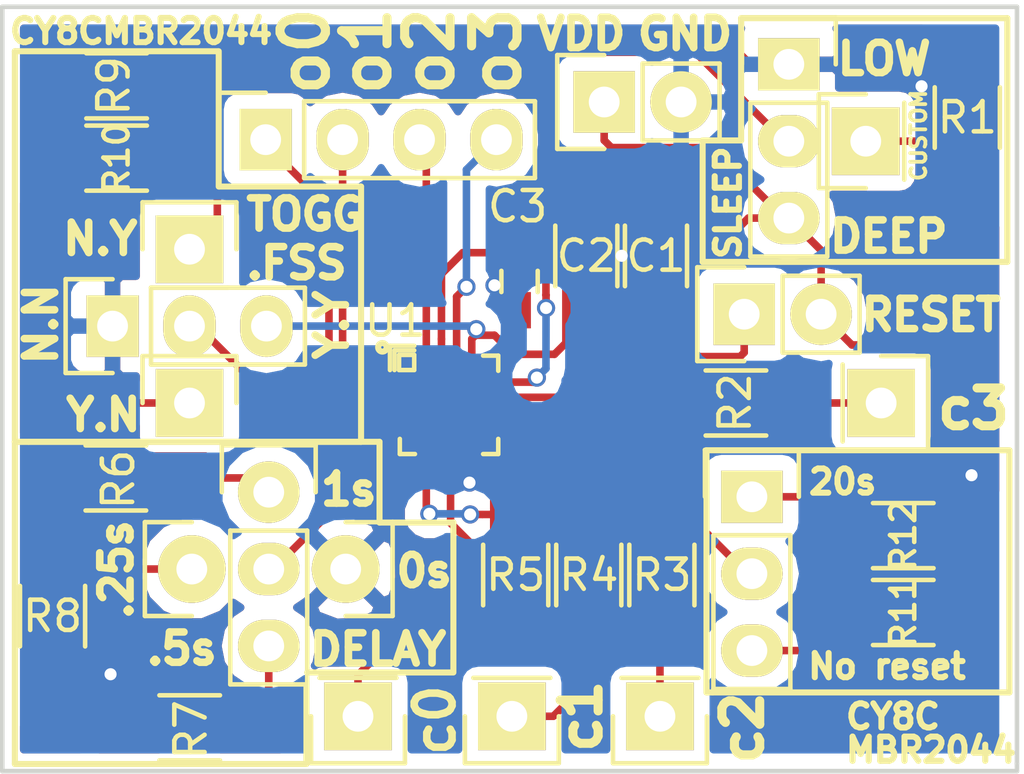
<source format=kicad_pcb>
(kicad_pcb (version 4) (host pcbnew 4.0.4+e1-6308~48~ubuntu16.04.1-stable)

  (general
    (links 47)
    (no_connects 0)
    (area 130.674999 91.674999 164.325001 117.075001)
    (thickness 1.6)
    (drawings 64)
    (tracks 170)
    (zones 0)
    (modules 32)
    (nets 29)
  )

  (page A4)
  (layers
    (0 F.Cu signal)
    (31 B.Cu signal)
    (32 B.Adhes user)
    (33 F.Adhes user)
    (34 B.Paste user)
    (35 F.Paste user)
    (36 B.SilkS user)
    (37 F.SilkS user)
    (38 B.Mask user)
    (39 F.Mask user)
    (40 Dwgs.User user)
    (41 Cmts.User user)
    (42 Eco1.User user)
    (43 Eco2.User user)
    (44 Edge.Cuts user)
    (45 Margin user)
    (46 B.CrtYd user)
    (47 F.CrtYd user)
    (48 B.Fab user)
    (49 F.Fab user hide)
  )

  (setup
    (last_trace_width 0.25)
    (trace_clearance 0.2)
    (zone_clearance 0.508)
    (zone_45_only no)
    (trace_min 0.2)
    (segment_width 0.2)
    (edge_width 0.15)
    (via_size 0.6)
    (via_drill 0.4)
    (via_min_size 0.4)
    (via_min_drill 0.3)
    (uvia_size 0.3)
    (uvia_drill 0.1)
    (uvias_allowed no)
    (uvia_min_size 0.2)
    (uvia_min_drill 0.1)
    (pcb_text_width 0.3)
    (pcb_text_size 1.5 1.5)
    (mod_edge_width 0.15)
    (mod_text_size 1 1)
    (mod_text_width 0.15)
    (pad_size 2.2352 2.2352)
    (pad_drill 1.016)
    (pad_to_mask_clearance 0.05)
    (aux_axis_origin 0 0)
    (visible_elements FFFFFF7F)
    (pcbplotparams
      (layerselection 0x010fc_80000001)
      (usegerberextensions true)
      (usegerberattributes true)
      (excludeedgelayer true)
      (linewidth 0.100000)
      (plotframeref false)
      (viasonmask false)
      (mode 1)
      (useauxorigin false)
      (hpglpennumber 1)
      (hpglpenspeed 20)
      (hpglpendiameter 15)
      (hpglpenoverlay 2)
      (psnegative false)
      (psa4output false)
      (plotreference true)
      (plotvalue true)
      (plotinvisibletext false)
      (padsonsilk false)
      (subtractmaskfromsilk true)
      (outputformat 1)
      (mirror false)
      (drillshape 0)
      (scaleselection 1)
      (outputdirectory /home/ab/src/proto/captouch/cypress-4/cyp4_gerb/))
  )

  (net 0 "")
  (net 1 VDD)
  (net 2 VSS)
  (net 3 "Net-(C3-Pad1)")
  (net 4 /XRES)
  (net 5 "Net-(P3-Pad1)")
  (net 6 /SCAN/SLEEP)
  (net 7 "Net-(P5-Pad1)")
  (net 8 "Net-(P6-Pad1)")
  (net 9 "Net-(P7-Pad1)")
  (net 10 "Net-(P8-Pad1)")
  (net 11 /DELAY)
  (net 12 "Net-(P10-Pad3)")
  (net 13 "Net-(P11-Pad1)")
  (net 14 "Net-(P13-Pad1)")
  (net 15 /TOGGLE/FSS)
  (net 16 "Net-(P15-Pad1)")
  (net 17 "Net-(P16-Pad1)")
  (net 18 /ARST)
  (net 19 "Net-(P16-Pad3)")
  (net 20 "Net-(R2-Pad1)")
  (net 21 "Net-(R3-Pad1)")
  (net 22 "Net-(R4-Pad1)")
  (net 23 "Net-(R5-Pad1)")
  (net 24 "Net-(P10-Pad1)")
  (net 25 /GPO0)
  (net 26 /GPO1)
  (net 27 /GPO2)
  (net 28 /GPO3)

  (net_class Default "This is the default net class."
    (clearance 0.2)
    (trace_width 0.25)
    (via_dia 0.6)
    (via_drill 0.4)
    (uvia_dia 0.3)
    (uvia_drill 0.1)
    (add_net /ARST)
    (add_net /DELAY)
    (add_net /GPO0)
    (add_net /GPO1)
    (add_net /GPO2)
    (add_net /GPO3)
    (add_net /SCAN/SLEEP)
    (add_net /TOGGLE/FSS)
    (add_net /XRES)
    (add_net "Net-(C3-Pad1)")
    (add_net "Net-(P10-Pad1)")
    (add_net "Net-(P10-Pad3)")
    (add_net "Net-(P11-Pad1)")
    (add_net "Net-(P13-Pad1)")
    (add_net "Net-(P15-Pad1)")
    (add_net "Net-(P16-Pad1)")
    (add_net "Net-(P16-Pad3)")
    (add_net "Net-(P3-Pad1)")
    (add_net "Net-(P5-Pad1)")
    (add_net "Net-(P6-Pad1)")
    (add_net "Net-(P7-Pad1)")
    (add_net "Net-(P8-Pad1)")
    (add_net "Net-(R2-Pad1)")
    (add_net "Net-(R3-Pad1)")
    (add_net "Net-(R4-Pad1)")
    (add_net "Net-(R5-Pad1)")
    (add_net VDD)
    (add_net VSS)
  )

  (module Capacitors_SMD:C_1206_HandSoldering placed (layer F.Cu) (tedit 541A9C03) (tstamp 5803F7E5)
    (at 152.3324 99.9794 90)
    (descr "Capacitor SMD 1206, hand soldering")
    (tags "capacitor 1206")
    (path /5804B227)
    (attr smd)
    (fp_text reference C1 (at 0 0 180) (layer F.SilkS)
      (effects (font (size 1 1) (thickness 0.15)))
    )
    (fp_text value 1uF (at 0 2.3 90) (layer F.Fab)
      (effects (font (size 1 1) (thickness 0.15)))
    )
    (fp_line (start -1.6 0.8) (end -1.6 -0.8) (layer F.Fab) (width 0.15))
    (fp_line (start 1.6 0.8) (end -1.6 0.8) (layer F.Fab) (width 0.15))
    (fp_line (start 1.6 -0.8) (end 1.6 0.8) (layer F.Fab) (width 0.15))
    (fp_line (start -1.6 -0.8) (end 1.6 -0.8) (layer F.Fab) (width 0.15))
    (fp_line (start -3.3 -1.15) (end 3.3 -1.15) (layer F.CrtYd) (width 0.05))
    (fp_line (start -3.3 1.15) (end 3.3 1.15) (layer F.CrtYd) (width 0.05))
    (fp_line (start -3.3 -1.15) (end -3.3 1.15) (layer F.CrtYd) (width 0.05))
    (fp_line (start 3.3 -1.15) (end 3.3 1.15) (layer F.CrtYd) (width 0.05))
    (fp_line (start 1 -1.025) (end -1 -1.025) (layer F.SilkS) (width 0.15))
    (fp_line (start -1 1.025) (end 1 1.025) (layer F.SilkS) (width 0.15))
    (pad 1 smd rect (at -2 0 90) (size 2 1.6) (layers F.Cu F.Paste F.Mask)
      (net 1 VDD))
    (pad 2 smd rect (at 2 0 90) (size 2 1.6) (layers F.Cu F.Paste F.Mask)
      (net 2 VSS))
    (model Capacitors_SMD.3dshapes/C_1206_HandSoldering.wrl
      (at (xyz 0 0 0))
      (scale (xyz 1 1 1))
      (rotate (xyz 0 0 0))
    )
  )

  (module Capacitors_SMD:C_1206_HandSoldering placed (layer F.Cu) (tedit 541A9C03) (tstamp 5803F7EB)
    (at 150.0324 99.9794 90)
    (descr "Capacitor SMD 1206, hand soldering")
    (tags "capacitor 1206")
    (path /5804B328)
    (attr smd)
    (fp_text reference C2 (at 0 0 180) (layer F.SilkS)
      (effects (font (size 1 1) (thickness 0.15)))
    )
    (fp_text value 0.1uF (at 0 2.3 90) (layer F.Fab)
      (effects (font (size 1 1) (thickness 0.15)))
    )
    (fp_line (start -1.6 0.8) (end -1.6 -0.8) (layer F.Fab) (width 0.15))
    (fp_line (start 1.6 0.8) (end -1.6 0.8) (layer F.Fab) (width 0.15))
    (fp_line (start 1.6 -0.8) (end 1.6 0.8) (layer F.Fab) (width 0.15))
    (fp_line (start -1.6 -0.8) (end 1.6 -0.8) (layer F.Fab) (width 0.15))
    (fp_line (start -3.3 -1.15) (end 3.3 -1.15) (layer F.CrtYd) (width 0.05))
    (fp_line (start -3.3 1.15) (end 3.3 1.15) (layer F.CrtYd) (width 0.05))
    (fp_line (start -3.3 -1.15) (end -3.3 1.15) (layer F.CrtYd) (width 0.05))
    (fp_line (start 3.3 -1.15) (end 3.3 1.15) (layer F.CrtYd) (width 0.05))
    (fp_line (start 1 -1.025) (end -1 -1.025) (layer F.SilkS) (width 0.15))
    (fp_line (start -1 1.025) (end 1 1.025) (layer F.SilkS) (width 0.15))
    (pad 1 smd rect (at -2 0 90) (size 2 1.6) (layers F.Cu F.Paste F.Mask)
      (net 1 VDD))
    (pad 2 smd rect (at 2 0 90) (size 2 1.6) (layers F.Cu F.Paste F.Mask)
      (net 2 VSS))
    (model Capacitors_SMD.3dshapes/C_1206_HandSoldering.wrl
      (at (xyz 0 0 0))
      (scale (xyz 1 1 1))
      (rotate (xyz 0 0 0))
    )
  )

  (module Capacitors_SMD:C_0603_HandSoldering placed (layer F.Cu) (tedit 541A9B4D) (tstamp 5803F7F1)
    (at 147.828 100.8228 270)
    (descr "Capacitor SMD 0603, hand soldering")
    (tags "capacitor 0603")
    (path /5803D9E2)
    (attr smd)
    (fp_text reference C3 (at -2.4765 0.0635 360) (layer F.SilkS)
      (effects (font (size 1 1) (thickness 0.15)))
    )
    (fp_text value 2.2nF (at 0 1.9 270) (layer F.Fab)
      (effects (font (size 1 1) (thickness 0.15)))
    )
    (fp_line (start -0.8 0.4) (end -0.8 -0.4) (layer F.Fab) (width 0.15))
    (fp_line (start 0.8 0.4) (end -0.8 0.4) (layer F.Fab) (width 0.15))
    (fp_line (start 0.8 -0.4) (end 0.8 0.4) (layer F.Fab) (width 0.15))
    (fp_line (start -0.8 -0.4) (end 0.8 -0.4) (layer F.Fab) (width 0.15))
    (fp_line (start -1.85 -0.75) (end 1.85 -0.75) (layer F.CrtYd) (width 0.05))
    (fp_line (start -1.85 0.75) (end 1.85 0.75) (layer F.CrtYd) (width 0.05))
    (fp_line (start -1.85 -0.75) (end -1.85 0.75) (layer F.CrtYd) (width 0.05))
    (fp_line (start 1.85 -0.75) (end 1.85 0.75) (layer F.CrtYd) (width 0.05))
    (fp_line (start -0.35 -0.6) (end 0.35 -0.6) (layer F.SilkS) (width 0.15))
    (fp_line (start 0.35 0.6) (end -0.35 0.6) (layer F.SilkS) (width 0.15))
    (pad 1 smd rect (at -0.95 0 270) (size 1.2 0.75) (layers F.Cu F.Paste F.Mask)
      (net 3 "Net-(C3-Pad1)"))
    (pad 2 smd rect (at 0.95 0 270) (size 1.2 0.75) (layers F.Cu F.Paste F.Mask)
      (net 2 VSS))
    (model Capacitors_SMD.3dshapes/C_0603_HandSoldering.wrl
      (at (xyz 0 0 0))
      (scale (xyz 1 1 1))
      (rotate (xyz 0 0 0))
    )
  )

  (module Pin_Headers:Pin_Header_Straight_1x02 placed (layer F.Cu) (tedit 58041A41) (tstamp 5803F7FE)
    (at 150.622 94.8944 90)
    (descr "Through hole pin header")
    (tags "pin header")
    (path /5804A24C)
    (fp_text reference P2 (at 0.1211 -2.2959 90) (layer F.SilkS) hide
      (effects (font (size 1 1) (thickness 0.15)))
    )
    (fp_text value CONN_01X02 (at 0 -3.1 90) (layer F.Fab)
      (effects (font (size 1 1) (thickness 0.15)))
    )
    (fp_line (start 1.27 1.27) (end 1.27 3.81) (layer F.SilkS) (width 0.15))
    (fp_line (start 1.55 -1.55) (end 1.55 0) (layer F.SilkS) (width 0.15))
    (fp_line (start -1.75 -1.75) (end -1.75 4.3) (layer F.CrtYd) (width 0.05))
    (fp_line (start 1.75 -1.75) (end 1.75 4.3) (layer F.CrtYd) (width 0.05))
    (fp_line (start -1.75 -1.75) (end 1.75 -1.75) (layer F.CrtYd) (width 0.05))
    (fp_line (start -1.75 4.3) (end 1.75 4.3) (layer F.CrtYd) (width 0.05))
    (fp_line (start 1.27 1.27) (end -1.27 1.27) (layer F.SilkS) (width 0.15))
    (fp_line (start -1.55 0) (end -1.55 -1.55) (layer F.SilkS) (width 0.15))
    (fp_line (start -1.55 -1.55) (end 1.55 -1.55) (layer F.SilkS) (width 0.15))
    (fp_line (start -1.27 1.27) (end -1.27 3.81) (layer F.SilkS) (width 0.15))
    (fp_line (start -1.27 3.81) (end 1.27 3.81) (layer F.SilkS) (width 0.15))
    (pad 1 thru_hole rect (at 0 0 90) (size 2.032 2.032) (drill 1.016) (layers *.Cu *.Mask F.SilkS)
      (net 1 VDD))
    (pad 2 thru_hole oval (at 0 2.54 90) (size 2.032 2.032) (drill 1.016) (layers *.Cu *.Mask F.SilkS)
      (net 2 VSS))
    (model Pin_Headers.3dshapes/Pin_Header_Straight_1x02.wrl
      (at (xyz 0 -0.05 0))
      (scale (xyz 1 1 1))
      (rotate (xyz 0 0 90))
    )
  )

  (module Pin_Headers:Pin_Header_Straight_1x01 placed (layer F.Cu) (tedit 58041A46) (tstamp 5803F803)
    (at 159.258 96.1898 90)
    (descr "Through hole pin header")
    (tags "pin header")
    (path /5804379D)
    (fp_text reference P3 (at 2.6543 0.0381 180) (layer F.SilkS) hide
      (effects (font (size 1 1) (thickness 0.15)))
    )
    (fp_text value CONN_01X01 (at 0 -3.1 90) (layer F.Fab)
      (effects (font (size 1 1) (thickness 0.15)))
    )
    (fp_line (start 1.55 -1.55) (end 1.55 0) (layer F.SilkS) (width 0.15))
    (fp_line (start -1.75 -1.75) (end -1.75 1.75) (layer F.CrtYd) (width 0.05))
    (fp_line (start 1.75 -1.75) (end 1.75 1.75) (layer F.CrtYd) (width 0.05))
    (fp_line (start -1.75 -1.75) (end 1.75 -1.75) (layer F.CrtYd) (width 0.05))
    (fp_line (start -1.75 1.75) (end 1.75 1.75) (layer F.CrtYd) (width 0.05))
    (fp_line (start -1.55 0) (end -1.55 -1.55) (layer F.SilkS) (width 0.15))
    (fp_line (start -1.55 -1.55) (end 1.55 -1.55) (layer F.SilkS) (width 0.15))
    (fp_line (start -1.27 1.27) (end 1.27 1.27) (layer F.SilkS) (width 0.15))
    (pad 1 thru_hole rect (at 0 0 90) (size 2.2352 2.2352) (drill 1.016) (layers *.Cu *.Mask F.SilkS)
      (net 5 "Net-(P3-Pad1)"))
    (model Pin_Headers.3dshapes/Pin_Header_Straight_1x01.wrl
      (at (xyz 0 0 0))
      (scale (xyz 1 1 1))
      (rotate (xyz 0 0 90))
    )
  )

  (module Pin_Headers:Pin_Header_Straight_1x03 placed (layer F.Cu) (tedit 58041A49) (tstamp 5803F80A)
    (at 156.718 93.6498)
    (descr "Through hole pin header")
    (tags "pin header")
    (path /580433CB)
    (fp_text reference P4 (at 0 6.985) (layer F.SilkS) hide
      (effects (font (size 1 1) (thickness 0.15)))
    )
    (fp_text value CONN_01X03 (at 0 -3.1) (layer F.Fab)
      (effects (font (size 1 1) (thickness 0.15)))
    )
    (fp_line (start -1.75 -1.75) (end -1.75 6.85) (layer F.CrtYd) (width 0.05))
    (fp_line (start 1.75 -1.75) (end 1.75 6.85) (layer F.CrtYd) (width 0.05))
    (fp_line (start -1.75 -1.75) (end 1.75 -1.75) (layer F.CrtYd) (width 0.05))
    (fp_line (start -1.75 6.85) (end 1.75 6.85) (layer F.CrtYd) (width 0.05))
    (fp_line (start -1.27 1.27) (end -1.27 6.35) (layer F.SilkS) (width 0.15))
    (fp_line (start -1.27 6.35) (end 1.27 6.35) (layer F.SilkS) (width 0.15))
    (fp_line (start 1.27 6.35) (end 1.27 1.27) (layer F.SilkS) (width 0.15))
    (fp_line (start 1.55 -1.55) (end 1.55 0) (layer F.SilkS) (width 0.15))
    (fp_line (start 1.27 1.27) (end -1.27 1.27) (layer F.SilkS) (width 0.15))
    (fp_line (start -1.55 0) (end -1.55 -1.55) (layer F.SilkS) (width 0.15))
    (fp_line (start -1.55 -1.55) (end 1.55 -1.55) (layer F.SilkS) (width 0.15))
    (pad 1 thru_hole rect (at 0 0) (size 2.032 1.7272) (drill 1.016) (layers *.Cu *.Mask F.SilkS)
      (net 2 VSS))
    (pad 2 thru_hole oval (at 0 2.54) (size 2.032 1.7272) (drill 1.016) (layers *.Cu *.Mask F.SilkS)
      (net 6 /SCAN/SLEEP))
    (pad 3 thru_hole oval (at 0 5.08) (size 2.032 1.7272) (drill 1.016) (layers *.Cu *.Mask F.SilkS)
      (net 1 VDD))
    (model Pin_Headers.3dshapes/Pin_Header_Straight_1x03.wrl
      (at (xyz 0 -0.1 0))
      (scale (xyz 1 1 1))
      (rotate (xyz 0 0 90))
    )
  )

  (module Pin_Headers:Pin_Header_Straight_1x01 placed (layer F.Cu) (tedit 58041A1E) (tstamp 5803F80F)
    (at 159.766 104.8385 270)
    (descr "Through hole pin header")
    (tags "pin header")
    (path /5804BC81)
    (fp_text reference P5 (at 0 -2.286 270) (layer F.SilkS) hide
      (effects (font (size 1 1) (thickness 0.15)))
    )
    (fp_text value CONN_01X01 (at 0 -3.1 270) (layer F.Fab)
      (effects (font (size 1 1) (thickness 0.15)))
    )
    (fp_line (start 1.55 -1.55) (end 1.55 0) (layer F.SilkS) (width 0.15))
    (fp_line (start -1.75 -1.75) (end -1.75 1.75) (layer F.CrtYd) (width 0.05))
    (fp_line (start 1.75 -1.75) (end 1.75 1.75) (layer F.CrtYd) (width 0.05))
    (fp_line (start -1.75 -1.75) (end 1.75 -1.75) (layer F.CrtYd) (width 0.05))
    (fp_line (start -1.75 1.75) (end 1.75 1.75) (layer F.CrtYd) (width 0.05))
    (fp_line (start -1.55 0) (end -1.55 -1.55) (layer F.SilkS) (width 0.15))
    (fp_line (start -1.55 -1.55) (end 1.55 -1.55) (layer F.SilkS) (width 0.15))
    (fp_line (start -1.27 1.27) (end 1.27 1.27) (layer F.SilkS) (width 0.15))
    (pad 1 thru_hole rect (at 0 0 270) (size 2.2352 2.2352) (drill 1.016) (layers *.Cu *.Mask F.SilkS)
      (net 7 "Net-(P5-Pad1)"))
    (model Pin_Headers.3dshapes/Pin_Header_Straight_1x01.wrl
      (at (xyz 0 0 0))
      (scale (xyz 1 1 1))
      (rotate (xyz 0 0 90))
    )
  )

  (module Pin_Headers:Pin_Header_Straight_1x01 placed (layer F.Cu) (tedit 580419E2) (tstamp 5803F814)
    (at 152.4635 115.189 180)
    (descr "Through hole pin header")
    (tags "pin header")
    (path /5804C517)
    (fp_text reference P6 (at 0 -2.286 180) (layer F.SilkS) hide
      (effects (font (size 1 1) (thickness 0.15)))
    )
    (fp_text value CONN_01X01 (at 0 -3.1 180) (layer F.Fab)
      (effects (font (size 1 1) (thickness 0.15)))
    )
    (fp_line (start 1.55 -1.55) (end 1.55 0) (layer F.SilkS) (width 0.15))
    (fp_line (start -1.75 -1.75) (end -1.75 1.75) (layer F.CrtYd) (width 0.05))
    (fp_line (start 1.75 -1.75) (end 1.75 1.75) (layer F.CrtYd) (width 0.05))
    (fp_line (start -1.75 -1.75) (end 1.75 -1.75) (layer F.CrtYd) (width 0.05))
    (fp_line (start -1.75 1.75) (end 1.75 1.75) (layer F.CrtYd) (width 0.05))
    (fp_line (start -1.55 0) (end -1.55 -1.55) (layer F.SilkS) (width 0.15))
    (fp_line (start -1.55 -1.55) (end 1.55 -1.55) (layer F.SilkS) (width 0.15))
    (fp_line (start -1.27 1.27) (end 1.27 1.27) (layer F.SilkS) (width 0.15))
    (pad 1 thru_hole rect (at 0 0 180) (size 2.2352 2.2352) (drill 1.016) (layers *.Cu *.Mask F.SilkS)
      (net 8 "Net-(P6-Pad1)"))
    (model Pin_Headers.3dshapes/Pin_Header_Straight_1x01.wrl
      (at (xyz 0 0 0))
      (scale (xyz 1 1 1))
      (rotate (xyz 0 0 90))
    )
  )

  (module Pin_Headers:Pin_Header_Straight_1x01 placed (layer F.Cu) (tedit 580419E1) (tstamp 5803F819)
    (at 147.574 115.189 180)
    (descr "Through hole pin header")
    (tags "pin header")
    (path /5804C69E)
    (fp_text reference P7 (at 0 -2.286 180) (layer F.SilkS) hide
      (effects (font (size 1 1) (thickness 0.15)))
    )
    (fp_text value CONN_01X01 (at 0 -3.1 180) (layer F.Fab)
      (effects (font (size 1 1) (thickness 0.15)))
    )
    (fp_line (start 1.55 -1.55) (end 1.55 0) (layer F.SilkS) (width 0.15))
    (fp_line (start -1.75 -1.75) (end -1.75 1.75) (layer F.CrtYd) (width 0.05))
    (fp_line (start 1.75 -1.75) (end 1.75 1.75) (layer F.CrtYd) (width 0.05))
    (fp_line (start -1.75 -1.75) (end 1.75 -1.75) (layer F.CrtYd) (width 0.05))
    (fp_line (start -1.75 1.75) (end 1.75 1.75) (layer F.CrtYd) (width 0.05))
    (fp_line (start -1.55 0) (end -1.55 -1.55) (layer F.SilkS) (width 0.15))
    (fp_line (start -1.55 -1.55) (end 1.55 -1.55) (layer F.SilkS) (width 0.15))
    (fp_line (start -1.27 1.27) (end 1.27 1.27) (layer F.SilkS) (width 0.15))
    (pad 1 thru_hole rect (at 0 0 180) (size 2.2352 2.2352) (drill 1.016) (layers *.Cu *.Mask F.SilkS)
      (net 9 "Net-(P7-Pad1)"))
    (model Pin_Headers.3dshapes/Pin_Header_Straight_1x01.wrl
      (at (xyz 0 0 0))
      (scale (xyz 1 1 1))
      (rotate (xyz 0 0 90))
    )
  )

  (module Pin_Headers:Pin_Header_Straight_1x01 placed (layer F.Cu) (tedit 580419DE) (tstamp 5803F81E)
    (at 142.494 115.189 180)
    (descr "Through hole pin header")
    (tags "pin header")
    (path /5804C715)
    (fp_text reference P8 (at 0 -2.286 180) (layer F.SilkS) hide
      (effects (font (size 1 1) (thickness 0.15)))
    )
    (fp_text value CONN_01X01 (at 0 -3.1 180) (layer F.Fab)
      (effects (font (size 1 1) (thickness 0.15)))
    )
    (fp_line (start 1.55 -1.55) (end 1.55 0) (layer F.SilkS) (width 0.15))
    (fp_line (start -1.75 -1.75) (end -1.75 1.75) (layer F.CrtYd) (width 0.05))
    (fp_line (start 1.75 -1.75) (end 1.75 1.75) (layer F.CrtYd) (width 0.05))
    (fp_line (start -1.75 -1.75) (end 1.75 -1.75) (layer F.CrtYd) (width 0.05))
    (fp_line (start -1.75 1.75) (end 1.75 1.75) (layer F.CrtYd) (width 0.05))
    (fp_line (start -1.55 0) (end -1.55 -1.55) (layer F.SilkS) (width 0.15))
    (fp_line (start -1.55 -1.55) (end 1.55 -1.55) (layer F.SilkS) (width 0.15))
    (fp_line (start -1.27 1.27) (end 1.27 1.27) (layer F.SilkS) (width 0.15))
    (pad 1 thru_hole rect (at 0 0 180) (size 2.2352 2.2352) (drill 1.016) (layers *.Cu *.Mask F.SilkS)
      (net 10 "Net-(P8-Pad1)"))
    (model Pin_Headers.3dshapes/Pin_Header_Straight_1x01.wrl
      (at (xyz 0 0 0))
      (scale (xyz 1 1 1))
      (rotate (xyz 0 0 90))
    )
  )

  (module Pin_Headers:Pin_Header_Straight_1x01 placed (layer F.Cu) (tedit 58103077) (tstamp 5803F823)
    (at 142.0876 110.3249 270)
    (descr "Through hole pin header")
    (tags "pin header")
    (path /58041047)
    (fp_text reference P9 (at 0.07 2.32 270) (layer F.SilkS) hide
      (effects (font (size 1 1) (thickness 0.15)))
    )
    (fp_text value CONN_01X01 (at 0 -3.1 270) (layer F.Fab)
      (effects (font (size 1 1) (thickness 0.15)))
    )
    (fp_line (start 1.55 -1.55) (end 1.55 0) (layer F.SilkS) (width 0.15))
    (fp_line (start -1.75 -1.75) (end -1.75 1.75) (layer F.CrtYd) (width 0.05))
    (fp_line (start 1.75 -1.75) (end 1.75 1.75) (layer F.CrtYd) (width 0.05))
    (fp_line (start -1.75 -1.75) (end 1.75 -1.75) (layer F.CrtYd) (width 0.05))
    (fp_line (start -1.75 1.75) (end 1.75 1.75) (layer F.CrtYd) (width 0.05))
    (fp_line (start -1.55 0) (end -1.55 -1.55) (layer F.SilkS) (width 0.15))
    (fp_line (start -1.55 -1.55) (end 1.55 -1.55) (layer F.SilkS) (width 0.15))
    (fp_line (start -1.27 1.27) (end 1.27 1.27) (layer F.SilkS) (width 0.15))
    (pad 1 thru_hole circle (at 0 0 270) (size 2.2352 2.2352) (drill 1.016) (layers *.Cu *.Mask F.SilkS)
      (net 2 VSS))
    (model Pin_Headers.3dshapes/Pin_Header_Straight_1x01.wrl
      (at (xyz 0 0 0))
      (scale (xyz 1 1 1))
      (rotate (xyz 0 0 90))
    )
  )

  (module Pin_Headers:Pin_Header_Straight_1x03 placed (layer F.Cu) (tedit 58103069) (tstamp 5803F82A)
    (at 139.5476 107.7849)
    (descr "Through hole pin header")
    (tags "pin header")
    (path /58041041)
    (fp_text reference P10 (at 0 -2.54) (layer F.SilkS) hide
      (effects (font (size 1 1) (thickness 0.15)))
    )
    (fp_text value CONN_01X03 (at 0 -3.1) (layer F.Fab)
      (effects (font (size 1 1) (thickness 0.15)))
    )
    (fp_line (start -1.75 -1.75) (end -1.75 6.85) (layer F.CrtYd) (width 0.05))
    (fp_line (start 1.75 -1.75) (end 1.75 6.85) (layer F.CrtYd) (width 0.05))
    (fp_line (start -1.75 -1.75) (end 1.75 -1.75) (layer F.CrtYd) (width 0.05))
    (fp_line (start -1.75 6.85) (end 1.75 6.85) (layer F.CrtYd) (width 0.05))
    (fp_line (start -1.27 1.27) (end -1.27 6.35) (layer F.SilkS) (width 0.15))
    (fp_line (start -1.27 6.35) (end 1.27 6.35) (layer F.SilkS) (width 0.15))
    (fp_line (start 1.27 6.35) (end 1.27 1.27) (layer F.SilkS) (width 0.15))
    (fp_line (start 1.55 -1.55) (end 1.55 0) (layer F.SilkS) (width 0.15))
    (fp_line (start 1.27 1.27) (end -1.27 1.27) (layer F.SilkS) (width 0.15))
    (fp_line (start -1.55 0) (end -1.55 -1.55) (layer F.SilkS) (width 0.15))
    (fp_line (start -1.55 -1.55) (end 1.55 -1.55) (layer F.SilkS) (width 0.15))
    (pad 1 thru_hole circle (at 0 0) (size 2.032 2.032) (drill 1.016) (layers *.Cu *.Mask F.SilkS)
      (net 24 "Net-(P10-Pad1)"))
    (pad 2 thru_hole oval (at 0 2.54) (size 2.032 1.7272) (drill 1.016) (layers *.Cu *.Mask F.SilkS)
      (net 11 /DELAY))
    (pad 3 thru_hole oval (at 0 5.08) (size 2.032 1.7272) (drill 1.016) (layers *.Cu *.Mask F.SilkS)
      (net 12 "Net-(P10-Pad3)"))
    (model Pin_Headers.3dshapes/Pin_Header_Straight_1x03.wrl
      (at (xyz 0 -0.1 0))
      (scale (xyz 1 1 1))
      (rotate (xyz 0 0 90))
    )
  )

  (module Pin_Headers:Pin_Header_Straight_1x01 placed (layer F.Cu) (tedit 58103070) (tstamp 5803F82F)
    (at 137.0076 110.3249 90)
    (descr "Through hole pin header")
    (tags "pin header")
    (path /5804104D)
    (fp_text reference P11 (at 1.55 0 180) (layer F.SilkS) hide
      (effects (font (size 1 1) (thickness 0.15)))
    )
    (fp_text value CONN_01X01 (at 0 -3.1 90) (layer F.Fab)
      (effects (font (size 1 1) (thickness 0.15)))
    )
    (fp_line (start 1.55 -1.55) (end 1.55 0) (layer F.SilkS) (width 0.15))
    (fp_line (start -1.75 -1.75) (end -1.75 1.75) (layer F.CrtYd) (width 0.05))
    (fp_line (start 1.75 -1.75) (end 1.75 1.75) (layer F.CrtYd) (width 0.05))
    (fp_line (start -1.75 -1.75) (end 1.75 -1.75) (layer F.CrtYd) (width 0.05))
    (fp_line (start -1.75 1.75) (end 1.75 1.75) (layer F.CrtYd) (width 0.05))
    (fp_line (start -1.55 0) (end -1.55 -1.55) (layer F.SilkS) (width 0.15))
    (fp_line (start -1.55 -1.55) (end 1.55 -1.55) (layer F.SilkS) (width 0.15))
    (fp_line (start -1.27 1.27) (end 1.27 1.27) (layer F.SilkS) (width 0.15))
    (pad 1 thru_hole circle (at 0 0 90) (size 2.2352 2.2352) (drill 1.016) (layers *.Cu *.Mask F.SilkS)
      (net 13 "Net-(P11-Pad1)"))
    (model Pin_Headers.3dshapes/Pin_Header_Straight_1x01.wrl
      (at (xyz 0 0 0))
      (scale (xyz 1 1 1))
      (rotate (xyz 0 0 90))
    )
  )

  (module Pin_Headers:Pin_Header_Straight_1x04 placed (layer F.Cu) (tedit 58041A4C) (tstamp 5803F837)
    (at 139.446 96.139 90)
    (descr "Through hole pin header")
    (tags "pin header")
    (path /58049320)
    (fp_text reference P12 (at 2.2098 3.6449 180) (layer F.SilkS) hide
      (effects (font (size 1 1) (thickness 0.15)))
    )
    (fp_text value CONN_01X04 (at 0 -3.1 90) (layer F.Fab)
      (effects (font (size 1 1) (thickness 0.15)))
    )
    (fp_line (start -1.75 -1.75) (end -1.75 9.4) (layer F.CrtYd) (width 0.05))
    (fp_line (start 1.75 -1.75) (end 1.75 9.4) (layer F.CrtYd) (width 0.05))
    (fp_line (start -1.75 -1.75) (end 1.75 -1.75) (layer F.CrtYd) (width 0.05))
    (fp_line (start -1.75 9.4) (end 1.75 9.4) (layer F.CrtYd) (width 0.05))
    (fp_line (start -1.27 1.27) (end -1.27 8.89) (layer F.SilkS) (width 0.15))
    (fp_line (start 1.27 1.27) (end 1.27 8.89) (layer F.SilkS) (width 0.15))
    (fp_line (start 1.55 -1.55) (end 1.55 0) (layer F.SilkS) (width 0.15))
    (fp_line (start -1.27 8.89) (end 1.27 8.89) (layer F.SilkS) (width 0.15))
    (fp_line (start 1.27 1.27) (end -1.27 1.27) (layer F.SilkS) (width 0.15))
    (fp_line (start -1.55 0) (end -1.55 -1.55) (layer F.SilkS) (width 0.15))
    (fp_line (start -1.55 -1.55) (end 1.55 -1.55) (layer F.SilkS) (width 0.15))
    (pad 1 thru_hole rect (at 0 0 90) (size 2.032 1.7272) (drill 1.016) (layers *.Cu *.Mask F.SilkS)
      (net 25 /GPO0))
    (pad 2 thru_hole oval (at 0 2.54 90) (size 2.032 1.7272) (drill 1.016) (layers *.Cu *.Mask F.SilkS)
      (net 26 /GPO1))
    (pad 3 thru_hole oval (at 0 5.08 90) (size 2.032 1.7272) (drill 1.016) (layers *.Cu *.Mask F.SilkS)
      (net 27 /GPO2))
    (pad 4 thru_hole oval (at 0 7.62 90) (size 2.032 1.7272) (drill 1.016) (layers *.Cu *.Mask F.SilkS)
      (net 28 /GPO3))
    (model Pin_Headers.3dshapes/Pin_Header_Straight_1x04.wrl
      (at (xyz 0 -0.15 0))
      (scale (xyz 1 1 1))
      (rotate (xyz 0 0 90))
    )
  )

  (module Pin_Headers:Pin_Header_Straight_1x01 placed (layer F.Cu) (tedit 58041A34) (tstamp 5803F83C)
    (at 136.9314 99.7585)
    (descr "Through hole pin header")
    (tags "pin header")
    (path /5803E9EE)
    (fp_text reference P13 (at 0 -2.54) (layer F.SilkS) hide
      (effects (font (size 1 1) (thickness 0.15)))
    )
    (fp_text value CONN_01X01 (at 0 -3.1) (layer F.Fab)
      (effects (font (size 1 1) (thickness 0.15)))
    )
    (fp_line (start 1.55 -1.55) (end 1.55 0) (layer F.SilkS) (width 0.15))
    (fp_line (start -1.75 -1.75) (end -1.75 1.75) (layer F.CrtYd) (width 0.05))
    (fp_line (start 1.75 -1.75) (end 1.75 1.75) (layer F.CrtYd) (width 0.05))
    (fp_line (start -1.75 -1.75) (end 1.75 -1.75) (layer F.CrtYd) (width 0.05))
    (fp_line (start -1.75 1.75) (end 1.75 1.75) (layer F.CrtYd) (width 0.05))
    (fp_line (start -1.55 0) (end -1.55 -1.55) (layer F.SilkS) (width 0.15))
    (fp_line (start -1.55 -1.55) (end 1.55 -1.55) (layer F.SilkS) (width 0.15))
    (fp_line (start -1.27 1.27) (end 1.27 1.27) (layer F.SilkS) (width 0.15))
    (pad 1 thru_hole rect (at 0 0) (size 2.2352 2.2352) (drill 1.016) (layers *.Cu *.Mask F.SilkS)
      (net 14 "Net-(P13-Pad1)"))
    (model Pin_Headers.3dshapes/Pin_Header_Straight_1x01.wrl
      (at (xyz 0 0 0))
      (scale (xyz 1 1 1))
      (rotate (xyz 0 0 90))
    )
  )

  (module Pin_Headers:Pin_Header_Straight_1x03 placed (layer F.Cu) (tedit 58041A32) (tstamp 5803F843)
    (at 134.3914 102.2985 90)
    (descr "Through hole pin header")
    (tags "pin header")
    (path /5803E46E)
    (fp_text reference P14 (at 0 -2.3495 90) (layer F.SilkS) hide
      (effects (font (size 1 1) (thickness 0.15)))
    )
    (fp_text value CONN_01X03 (at 0 -3.1 90) (layer F.Fab)
      (effects (font (size 1 1) (thickness 0.15)))
    )
    (fp_line (start -1.75 -1.75) (end -1.75 6.85) (layer F.CrtYd) (width 0.05))
    (fp_line (start 1.75 -1.75) (end 1.75 6.85) (layer F.CrtYd) (width 0.05))
    (fp_line (start -1.75 -1.75) (end 1.75 -1.75) (layer F.CrtYd) (width 0.05))
    (fp_line (start -1.75 6.85) (end 1.75 6.85) (layer F.CrtYd) (width 0.05))
    (fp_line (start -1.27 1.27) (end -1.27 6.35) (layer F.SilkS) (width 0.15))
    (fp_line (start -1.27 6.35) (end 1.27 6.35) (layer F.SilkS) (width 0.15))
    (fp_line (start 1.27 6.35) (end 1.27 1.27) (layer F.SilkS) (width 0.15))
    (fp_line (start 1.55 -1.55) (end 1.55 0) (layer F.SilkS) (width 0.15))
    (fp_line (start 1.27 1.27) (end -1.27 1.27) (layer F.SilkS) (width 0.15))
    (fp_line (start -1.55 0) (end -1.55 -1.55) (layer F.SilkS) (width 0.15))
    (fp_line (start -1.55 -1.55) (end 1.55 -1.55) (layer F.SilkS) (width 0.15))
    (pad 1 thru_hole rect (at 0 0 90) (size 2.032 1.7272) (drill 1.016) (layers *.Cu *.Mask F.SilkS)
      (net 2 VSS))
    (pad 2 thru_hole oval (at 0 2.54 90) (size 2.032 1.7272) (drill 1.016) (layers *.Cu *.Mask F.SilkS)
      (net 15 /TOGGLE/FSS))
    (pad 3 thru_hole oval (at 0 5.08 90) (size 2.032 1.7272) (drill 1.016) (layers *.Cu *.Mask F.SilkS)
      (net 1 VDD))
    (model Pin_Headers.3dshapes/Pin_Header_Straight_1x03.wrl
      (at (xyz 0 -0.1 0))
      (scale (xyz 1 1 1))
      (rotate (xyz 0 0 90))
    )
  )

  (module Pin_Headers:Pin_Header_Straight_1x01 placed (layer F.Cu) (tedit 58041A30) (tstamp 5803F848)
    (at 136.9314 104.8385)
    (descr "Through hole pin header")
    (tags "pin header")
    (path /5803EB6A)
    (fp_text reference P15 (at 0 2.413) (layer F.SilkS) hide
      (effects (font (size 1 1) (thickness 0.15)))
    )
    (fp_text value CONN_01X01 (at 0 -3.1) (layer F.Fab)
      (effects (font (size 1 1) (thickness 0.15)))
    )
    (fp_line (start 1.55 -1.55) (end 1.55 0) (layer F.SilkS) (width 0.15))
    (fp_line (start -1.75 -1.75) (end -1.75 1.75) (layer F.CrtYd) (width 0.05))
    (fp_line (start 1.75 -1.75) (end 1.75 1.75) (layer F.CrtYd) (width 0.05))
    (fp_line (start -1.75 -1.75) (end 1.75 -1.75) (layer F.CrtYd) (width 0.05))
    (fp_line (start -1.75 1.75) (end 1.75 1.75) (layer F.CrtYd) (width 0.05))
    (fp_line (start -1.55 0) (end -1.55 -1.55) (layer F.SilkS) (width 0.15))
    (fp_line (start -1.55 -1.55) (end 1.55 -1.55) (layer F.SilkS) (width 0.15))
    (fp_line (start -1.27 1.27) (end 1.27 1.27) (layer F.SilkS) (width 0.15))
    (pad 1 thru_hole rect (at 0 0) (size 2.2352 2.2352) (drill 1.016) (layers *.Cu *.Mask F.SilkS)
      (net 16 "Net-(P15-Pad1)"))
    (model Pin_Headers.3dshapes/Pin_Header_Straight_1x01.wrl
      (at (xyz 0 0 0))
      (scale (xyz 1 1 1))
      (rotate (xyz 0 0 90))
    )
  )

  (module Pin_Headers:Pin_Header_Straight_1x03 placed (layer F.Cu) (tedit 58041A2B) (tstamp 5803F84F)
    (at 155.4988 107.9373)
    (descr "Through hole pin header")
    (tags "pin header")
    (path /5803DDC6)
    (fp_text reference P16 (at -0.0254 -2.2352) (layer F.SilkS) hide
      (effects (font (size 1 1) (thickness 0.15)))
    )
    (fp_text value CONN_01X03 (at 0 -3.1) (layer F.Fab)
      (effects (font (size 1 1) (thickness 0.15)))
    )
    (fp_line (start -1.75 -1.75) (end -1.75 6.85) (layer F.CrtYd) (width 0.05))
    (fp_line (start 1.75 -1.75) (end 1.75 6.85) (layer F.CrtYd) (width 0.05))
    (fp_line (start -1.75 -1.75) (end 1.75 -1.75) (layer F.CrtYd) (width 0.05))
    (fp_line (start -1.75 6.85) (end 1.75 6.85) (layer F.CrtYd) (width 0.05))
    (fp_line (start -1.27 1.27) (end -1.27 6.35) (layer F.SilkS) (width 0.15))
    (fp_line (start -1.27 6.35) (end 1.27 6.35) (layer F.SilkS) (width 0.15))
    (fp_line (start 1.27 6.35) (end 1.27 1.27) (layer F.SilkS) (width 0.15))
    (fp_line (start 1.55 -1.55) (end 1.55 0) (layer F.SilkS) (width 0.15))
    (fp_line (start 1.27 1.27) (end -1.27 1.27) (layer F.SilkS) (width 0.15))
    (fp_line (start -1.55 0) (end -1.55 -1.55) (layer F.SilkS) (width 0.15))
    (fp_line (start -1.55 -1.55) (end 1.55 -1.55) (layer F.SilkS) (width 0.15))
    (pad 1 thru_hole rect (at 0 0) (size 2.032 1.7272) (drill 1.016) (layers *.Cu *.Mask F.SilkS)
      (net 17 "Net-(P16-Pad1)"))
    (pad 2 thru_hole oval (at 0 2.54) (size 2.032 1.7272) (drill 1.016) (layers *.Cu *.Mask F.SilkS)
      (net 18 /ARST))
    (pad 3 thru_hole oval (at 0 5.08) (size 2.032 1.7272) (drill 1.016) (layers *.Cu *.Mask F.SilkS)
      (net 19 "Net-(P16-Pad3)"))
    (model Pin_Headers.3dshapes/Pin_Header_Straight_1x03.wrl
      (at (xyz 0 -0.1 0))
      (scale (xyz 1 1 1))
      (rotate (xyz 0 0 90))
    )
  )

  (module Resistors_SMD:R_1206_HandSoldering placed (layer F.Cu) (tedit 5418A20D) (tstamp 5803F855)
    (at 162.6108 95.409 90)
    (descr "Resistor SMD 1206, hand soldering")
    (tags "resistor 1206")
    (path /58043816)
    (attr smd)
    (fp_text reference R1 (at 0 0 180) (layer F.SilkS)
      (effects (font (size 1 1) (thickness 0.15)))
    )
    (fp_text value 60 (at 0 2.3 90) (layer F.Fab)
      (effects (font (size 1 1) (thickness 0.15)))
    )
    (fp_line (start -3.3 -1.2) (end 3.3 -1.2) (layer F.CrtYd) (width 0.05))
    (fp_line (start -3.3 1.2) (end 3.3 1.2) (layer F.CrtYd) (width 0.05))
    (fp_line (start -3.3 -1.2) (end -3.3 1.2) (layer F.CrtYd) (width 0.05))
    (fp_line (start 3.3 -1.2) (end 3.3 1.2) (layer F.CrtYd) (width 0.05))
    (fp_line (start 1 1.075) (end -1 1.075) (layer F.SilkS) (width 0.15))
    (fp_line (start -1 -1.075) (end 1 -1.075) (layer F.SilkS) (width 0.15))
    (pad 1 smd rect (at -2 0 90) (size 2 1.7) (layers F.Cu F.Paste F.Mask)
      (net 5 "Net-(P3-Pad1)"))
    (pad 2 smd rect (at 2 0 90) (size 2 1.7) (layers F.Cu F.Paste F.Mask)
      (net 2 VSS))
    (model Resistors_SMD.3dshapes/R_1206_HandSoldering.wrl
      (at (xyz 0 0 0))
      (scale (xyz 1 1 1))
      (rotate (xyz 0 0 0))
    )
  )

  (module Resistors_SMD:R_1206_HandSoldering placed (layer F.Cu) (tedit 5418A20D) (tstamp 5803F85B)
    (at 154.972 104.8385)
    (descr "Resistor SMD 1206, hand soldering")
    (tags "resistor 1206")
    (path /5803D634)
    (attr smd)
    (fp_text reference R2 (at -0.032 0 90) (layer F.SilkS)
      (effects (font (size 1 1) (thickness 0.15)))
    )
    (fp_text value 560 (at 0 2.3) (layer F.Fab)
      (effects (font (size 1 1) (thickness 0.15)))
    )
    (fp_line (start -3.3 -1.2) (end 3.3 -1.2) (layer F.CrtYd) (width 0.05))
    (fp_line (start -3.3 1.2) (end 3.3 1.2) (layer F.CrtYd) (width 0.05))
    (fp_line (start -3.3 -1.2) (end -3.3 1.2) (layer F.CrtYd) (width 0.05))
    (fp_line (start 3.3 -1.2) (end 3.3 1.2) (layer F.CrtYd) (width 0.05))
    (fp_line (start 1 1.075) (end -1 1.075) (layer F.SilkS) (width 0.15))
    (fp_line (start -1 -1.075) (end 1 -1.075) (layer F.SilkS) (width 0.15))
    (pad 1 smd rect (at -2 0) (size 2 1.7) (layers F.Cu F.Paste F.Mask)
      (net 20 "Net-(R2-Pad1)"))
    (pad 2 smd rect (at 2 0) (size 2 1.7) (layers F.Cu F.Paste F.Mask)
      (net 7 "Net-(P5-Pad1)"))
    (model Resistors_SMD.3dshapes/R_1206_HandSoldering.wrl
      (at (xyz 0 0 0))
      (scale (xyz 1 1 1))
      (rotate (xyz 0 0 0))
    )
  )

  (module Resistors_SMD:R_1206_HandSoldering placed (layer F.Cu) (tedit 5418A20D) (tstamp 5803F861)
    (at 152.527 110.5215 270)
    (descr "Resistor SMD 1206, hand soldering")
    (tags "resistor 1206")
    (path /5805FC6E)
    (attr smd)
    (fp_text reference R3 (at 0 0 360) (layer F.SilkS)
      (effects (font (size 1 1) (thickness 0.15)))
    )
    (fp_text value 560 (at 0 2.3 270) (layer F.Fab)
      (effects (font (size 1 1) (thickness 0.15)))
    )
    (fp_line (start -3.3 -1.2) (end 3.3 -1.2) (layer F.CrtYd) (width 0.05))
    (fp_line (start -3.3 1.2) (end 3.3 1.2) (layer F.CrtYd) (width 0.05))
    (fp_line (start -3.3 -1.2) (end -3.3 1.2) (layer F.CrtYd) (width 0.05))
    (fp_line (start 3.3 -1.2) (end 3.3 1.2) (layer F.CrtYd) (width 0.05))
    (fp_line (start 1 1.075) (end -1 1.075) (layer F.SilkS) (width 0.15))
    (fp_line (start -1 -1.075) (end 1 -1.075) (layer F.SilkS) (width 0.15))
    (pad 1 smd rect (at -2 0 270) (size 2 1.7) (layers F.Cu F.Paste F.Mask)
      (net 21 "Net-(R3-Pad1)"))
    (pad 2 smd rect (at 2 0 270) (size 2 1.7) (layers F.Cu F.Paste F.Mask)
      (net 8 "Net-(P6-Pad1)"))
    (model Resistors_SMD.3dshapes/R_1206_HandSoldering.wrl
      (at (xyz 0 0 0))
      (scale (xyz 1 1 1))
      (rotate (xyz 0 0 0))
    )
  )

  (module Resistors_SMD:R_1206_HandSoldering placed (layer F.Cu) (tedit 5418A20D) (tstamp 5803F867)
    (at 150.114 110.5215 270)
    (descr "Resistor SMD 1206, hand soldering")
    (tags "resistor 1206")
    (path /5805FCE4)
    (attr smd)
    (fp_text reference R4 (at 0 0 360) (layer F.SilkS)
      (effects (font (size 1 1) (thickness 0.15)))
    )
    (fp_text value 560 (at 0 2.3 270) (layer F.Fab)
      (effects (font (size 1 1) (thickness 0.15)))
    )
    (fp_line (start -3.3 -1.2) (end 3.3 -1.2) (layer F.CrtYd) (width 0.05))
    (fp_line (start -3.3 1.2) (end 3.3 1.2) (layer F.CrtYd) (width 0.05))
    (fp_line (start -3.3 -1.2) (end -3.3 1.2) (layer F.CrtYd) (width 0.05))
    (fp_line (start 3.3 -1.2) (end 3.3 1.2) (layer F.CrtYd) (width 0.05))
    (fp_line (start 1 1.075) (end -1 1.075) (layer F.SilkS) (width 0.15))
    (fp_line (start -1 -1.075) (end 1 -1.075) (layer F.SilkS) (width 0.15))
    (pad 1 smd rect (at -2 0 270) (size 2 1.7) (layers F.Cu F.Paste F.Mask)
      (net 22 "Net-(R4-Pad1)"))
    (pad 2 smd rect (at 2 0 270) (size 2 1.7) (layers F.Cu F.Paste F.Mask)
      (net 9 "Net-(P7-Pad1)"))
    (model Resistors_SMD.3dshapes/R_1206_HandSoldering.wrl
      (at (xyz 0 0 0))
      (scale (xyz 1 1 1))
      (rotate (xyz 0 0 0))
    )
  )

  (module Resistors_SMD:R_1206_HandSoldering placed (layer F.Cu) (tedit 5418A20D) (tstamp 5803F86D)
    (at 147.701 110.5215 270)
    (descr "Resistor SMD 1206, hand soldering")
    (tags "resistor 1206")
    (path /5805FD5D)
    (attr smd)
    (fp_text reference R5 (at 0 0 360) (layer F.SilkS)
      (effects (font (size 1 1) (thickness 0.15)))
    )
    (fp_text value 560 (at 0 2.3 270) (layer F.Fab)
      (effects (font (size 1 1) (thickness 0.15)))
    )
    (fp_line (start -3.3 -1.2) (end 3.3 -1.2) (layer F.CrtYd) (width 0.05))
    (fp_line (start -3.3 1.2) (end 3.3 1.2) (layer F.CrtYd) (width 0.05))
    (fp_line (start -3.3 -1.2) (end -3.3 1.2) (layer F.CrtYd) (width 0.05))
    (fp_line (start 3.3 -1.2) (end 3.3 1.2) (layer F.CrtYd) (width 0.05))
    (fp_line (start 1 1.075) (end -1 1.075) (layer F.SilkS) (width 0.15))
    (fp_line (start -1 -1.075) (end 1 -1.075) (layer F.SilkS) (width 0.15))
    (pad 1 smd rect (at -2 0 270) (size 2 1.7) (layers F.Cu F.Paste F.Mask)
      (net 23 "Net-(R5-Pad1)"))
    (pad 2 smd rect (at 2 0 270) (size 2 1.7) (layers F.Cu F.Paste F.Mask)
      (net 10 "Net-(P8-Pad1)"))
    (model Resistors_SMD.3dshapes/R_1206_HandSoldering.wrl
      (at (xyz 0 0 0))
      (scale (xyz 1 1 1))
      (rotate (xyz 0 0 0))
    )
  )

  (module Resistors_SMD:R_1206_HandSoldering placed (layer F.Cu) (tedit 5418A20D) (tstamp 5803F873)
    (at 134.4996 107.315 180)
    (descr "Resistor SMD 1206, hand soldering")
    (tags "resistor 1206")
    (path /5804143C)
    (attr smd)
    (fp_text reference R6 (at -0.0823 -0.0508 270) (layer F.SilkS)
      (effects (font (size 1 1) (thickness 0.15)))
    )
    (fp_text value 4k (at 0 2.3 180) (layer F.Fab)
      (effects (font (size 1 1) (thickness 0.15)))
    )
    (fp_line (start -3.3 -1.2) (end 3.3 -1.2) (layer F.CrtYd) (width 0.05))
    (fp_line (start -3.3 1.2) (end 3.3 1.2) (layer F.CrtYd) (width 0.05))
    (fp_line (start -3.3 -1.2) (end -3.3 1.2) (layer F.CrtYd) (width 0.05))
    (fp_line (start 3.3 -1.2) (end 3.3 1.2) (layer F.CrtYd) (width 0.05))
    (fp_line (start 1 1.075) (end -1 1.075) (layer F.SilkS) (width 0.15))
    (fp_line (start -1 -1.075) (end 1 -1.075) (layer F.SilkS) (width 0.15))
    (pad 1 smd rect (at -2 0 180) (size 2 1.7) (layers F.Cu F.Paste F.Mask)
      (net 24 "Net-(P10-Pad1)"))
    (pad 2 smd rect (at 2 0 180) (size 2 1.7) (layers F.Cu F.Paste F.Mask)
      (net 2 VSS))
    (model Resistors_SMD.3dshapes/R_1206_HandSoldering.wrl
      (at (xyz 0 0 0))
      (scale (xyz 1 1 1))
      (rotate (xyz 0 0 0))
    )
  )

  (module Resistors_SMD:R_1206_HandSoldering placed (layer F.Cu) (tedit 5418A20D) (tstamp 5803F879)
    (at 136.938 115.57 180)
    (descr "Resistor SMD 1206, hand soldering")
    (tags "resistor 1206")
    (path /580416AB)
    (attr smd)
    (fp_text reference R7 (at -0.0365 -0.062 270) (layer F.SilkS)
      (effects (font (size 1 1) (thickness 0.15)))
    )
    (fp_text value 2k (at 0 2.3 180) (layer F.Fab)
      (effects (font (size 1 1) (thickness 0.15)))
    )
    (fp_line (start -3.3 -1.2) (end 3.3 -1.2) (layer F.CrtYd) (width 0.05))
    (fp_line (start -3.3 1.2) (end 3.3 1.2) (layer F.CrtYd) (width 0.05))
    (fp_line (start -3.3 -1.2) (end -3.3 1.2) (layer F.CrtYd) (width 0.05))
    (fp_line (start 3.3 -1.2) (end 3.3 1.2) (layer F.CrtYd) (width 0.05))
    (fp_line (start 1 1.075) (end -1 1.075) (layer F.SilkS) (width 0.15))
    (fp_line (start -1 -1.075) (end 1 -1.075) (layer F.SilkS) (width 0.15))
    (pad 1 smd rect (at -2 0 180) (size 2 1.7) (layers F.Cu F.Paste F.Mask)
      (net 12 "Net-(P10-Pad3)"))
    (pad 2 smd rect (at 2 0 180) (size 2 1.7) (layers F.Cu F.Paste F.Mask)
      (net 2 VSS))
    (model Resistors_SMD.3dshapes/R_1206_HandSoldering.wrl
      (at (xyz 0 0 0))
      (scale (xyz 1 1 1))
      (rotate (xyz 0 0 0))
    )
  )

  (module Resistors_SMD:R_1206_HandSoldering placed (layer F.Cu) (tedit 5418A20D) (tstamp 5803F87F)
    (at 132.4102 111.8804 270)
    (descr "Resistor SMD 1206, hand soldering")
    (tags "resistor 1206")
    (path /580415D8)
    (attr smd)
    (fp_text reference R8 (at 0 0 360) (layer F.SilkS)
      (effects (font (size 1 1) (thickness 0.15)))
    )
    (fp_text value 1k (at 0 2.3 270) (layer F.Fab)
      (effects (font (size 1 1) (thickness 0.15)))
    )
    (fp_line (start -3.3 -1.2) (end 3.3 -1.2) (layer F.CrtYd) (width 0.05))
    (fp_line (start -3.3 1.2) (end 3.3 1.2) (layer F.CrtYd) (width 0.05))
    (fp_line (start -3.3 -1.2) (end -3.3 1.2) (layer F.CrtYd) (width 0.05))
    (fp_line (start 3.3 -1.2) (end 3.3 1.2) (layer F.CrtYd) (width 0.05))
    (fp_line (start 1 1.075) (end -1 1.075) (layer F.SilkS) (width 0.15))
    (fp_line (start -1 -1.075) (end 1 -1.075) (layer F.SilkS) (width 0.15))
    (pad 1 smd rect (at -2 0 270) (size 2 1.7) (layers F.Cu F.Paste F.Mask)
      (net 13 "Net-(P11-Pad1)"))
    (pad 2 smd rect (at 2 0 270) (size 2 1.7) (layers F.Cu F.Paste F.Mask)
      (net 2 VSS))
    (model Resistors_SMD.3dshapes/R_1206_HandSoldering.wrl
      (at (xyz 0 0 0))
      (scale (xyz 1 1 1))
      (rotate (xyz 0 0 0))
    )
  )

  (module Resistors_SMD:R_1206_HandSoldering placed (layer F.Cu) (tedit 5418A20D) (tstamp 5803F885)
    (at 134.525 94.361 180)
    (descr "Resistor SMD 1206, hand soldering")
    (tags "resistor 1206")
    (path /5803F631)
    (attr smd)
    (fp_text reference R9 (at 0.095 0 270) (layer F.SilkS)
      (effects (font (size 1 1) (thickness 0.15)))
    )
    (fp_text value 5.1k (at 0 2.3 180) (layer F.Fab)
      (effects (font (size 1 1) (thickness 0.15)))
    )
    (fp_line (start -3.3 -1.2) (end 3.3 -1.2) (layer F.CrtYd) (width 0.05))
    (fp_line (start -3.3 1.2) (end 3.3 1.2) (layer F.CrtYd) (width 0.05))
    (fp_line (start -3.3 -1.2) (end -3.3 1.2) (layer F.CrtYd) (width 0.05))
    (fp_line (start 3.3 -1.2) (end 3.3 1.2) (layer F.CrtYd) (width 0.05))
    (fp_line (start 1 1.075) (end -1 1.075) (layer F.SilkS) (width 0.15))
    (fp_line (start -1 -1.075) (end 1 -1.075) (layer F.SilkS) (width 0.15))
    (pad 1 smd rect (at -2 0 180) (size 2 1.7) (layers F.Cu F.Paste F.Mask)
      (net 14 "Net-(P13-Pad1)"))
    (pad 2 smd rect (at 2 0 180) (size 2 1.7) (layers F.Cu F.Paste F.Mask)
      (net 2 VSS))
    (model Resistors_SMD.3dshapes/R_1206_HandSoldering.wrl
      (at (xyz 0 0 0))
      (scale (xyz 1 1 1))
      (rotate (xyz 0 0 0))
    )
  )

  (module Resistors_SMD:R_1206_HandSoldering placed (layer F.Cu) (tedit 58041A3C) (tstamp 5803F88B)
    (at 134.525 96.7486 180)
    (descr "Resistor SMD 1206, hand soldering")
    (tags "resistor 1206")
    (path /5803EFE2)
    (attr smd)
    (fp_text reference R10 (at 0 0 270) (layer F.SilkS)
      (effects (font (size 0.8 0.8) (thickness 0.15)))
    )
    (fp_text value 1.5k (at 0 2.3 180) (layer F.Fab)
      (effects (font (size 1 1) (thickness 0.15)))
    )
    (fp_line (start -3.3 -1.2) (end 3.3 -1.2) (layer F.CrtYd) (width 0.05))
    (fp_line (start -3.3 1.2) (end 3.3 1.2) (layer F.CrtYd) (width 0.05))
    (fp_line (start -3.3 -1.2) (end -3.3 1.2) (layer F.CrtYd) (width 0.05))
    (fp_line (start 3.3 -1.2) (end 3.3 1.2) (layer F.CrtYd) (width 0.05))
    (fp_line (start 1 1.075) (end -1 1.075) (layer F.SilkS) (width 0.15))
    (fp_line (start -1 -1.075) (end 1 -1.075) (layer F.SilkS) (width 0.15))
    (pad 1 smd rect (at -2 0 180) (size 2 1.7) (layers F.Cu F.Paste F.Mask)
      (net 16 "Net-(P15-Pad1)"))
    (pad 2 smd rect (at 2 0 180) (size 2 1.7) (layers F.Cu F.Paste F.Mask)
      (net 2 VSS))
    (model Resistors_SMD.3dshapes/R_1206_HandSoldering.wrl
      (at (xyz 0 0 0))
      (scale (xyz 1 1 1))
      (rotate (xyz 0 0 0))
    )
  )

  (module Resistors_SMD:R_1206_HandSoldering placed (layer F.Cu) (tedit 5804193E) (tstamp 5803F891)
    (at 160.496 111.76 180)
    (descr "Resistor SMD 1206, hand soldering")
    (tags "resistor 1206")
    (path /5803DE89)
    (attr smd)
    (fp_text reference R11 (at 0 0 270) (layer F.SilkS)
      (effects (font (size 0.8 0.8) (thickness 0.15)))
    )
    (fp_text value 0 (at 0 2.3 180) (layer F.Fab)
      (effects (font (size 1 1) (thickness 0.15)))
    )
    (fp_line (start -3.3 -1.2) (end 3.3 -1.2) (layer F.CrtYd) (width 0.05))
    (fp_line (start -3.3 1.2) (end 3.3 1.2) (layer F.CrtYd) (width 0.05))
    (fp_line (start -3.3 -1.2) (end -3.3 1.2) (layer F.CrtYd) (width 0.05))
    (fp_line (start 3.3 -1.2) (end 3.3 1.2) (layer F.CrtYd) (width 0.05))
    (fp_line (start 1 1.075) (end -1 1.075) (layer F.SilkS) (width 0.15))
    (fp_line (start -1 -1.075) (end 1 -1.075) (layer F.SilkS) (width 0.15))
    (pad 1 smd rect (at -2 0 180) (size 2 1.7) (layers F.Cu F.Paste F.Mask)
      (net 1 VDD))
    (pad 2 smd rect (at 2 0 180) (size 2 1.7) (layers F.Cu F.Paste F.Mask)
      (net 19 "Net-(P16-Pad3)"))
    (model Resistors_SMD.3dshapes/R_1206_HandSoldering.wrl
      (at (xyz 0 0 0))
      (scale (xyz 1 1 1))
      (rotate (xyz 0 0 0))
    )
  )

  (module Resistors_SMD:R_1206_HandSoldering placed (layer F.Cu) (tedit 58041945) (tstamp 5803F897)
    (at 160.496 109.22)
    (descr "Resistor SMD 1206, hand soldering")
    (tags "resistor 1206")
    (path /5803DE37)
    (attr smd)
    (fp_text reference R12 (at 0 0 90) (layer F.SilkS)
      (effects (font (size 0.8 0.8) (thickness 0.15)))
    )
    (fp_text value 5k (at 0 2.3) (layer F.Fab)
      (effects (font (size 1 1) (thickness 0.15)))
    )
    (fp_line (start -3.3 -1.2) (end 3.3 -1.2) (layer F.CrtYd) (width 0.05))
    (fp_line (start -3.3 1.2) (end 3.3 1.2) (layer F.CrtYd) (width 0.05))
    (fp_line (start -3.3 -1.2) (end -3.3 1.2) (layer F.CrtYd) (width 0.05))
    (fp_line (start 3.3 -1.2) (end 3.3 1.2) (layer F.CrtYd) (width 0.05))
    (fp_line (start 1 1.075) (end -1 1.075) (layer F.SilkS) (width 0.15))
    (fp_line (start -1 -1.075) (end 1 -1.075) (layer F.SilkS) (width 0.15))
    (pad 1 smd rect (at -2 0) (size 2 1.7) (layers F.Cu F.Paste F.Mask)
      (net 17 "Net-(P16-Pad1)"))
    (pad 2 smd rect (at 2 0) (size 2 1.7) (layers F.Cu F.Paste F.Mask)
      (net 2 VSS))
    (model Resistors_SMD.3dshapes/R_1206_HandSoldering.wrl
      (at (xyz 0 0 0))
      (scale (xyz 1 1 1))
      (rotate (xyz 0 0 0))
    )
  )

  (module Pin_Headers:Pin_Header_Straight_1x02 (layer F.Cu) (tedit 58042589) (tstamp 58042749)
    (at 155.2448 101.9048 90)
    (descr "Through hole pin header")
    (tags "pin header")
    (path /58043482)
    (fp_text reference P1 (at 0 -5.1 90) (layer F.SilkS) hide
      (effects (font (size 1 1) (thickness 0.15)))
    )
    (fp_text value CONN_01X02 (at 0 -3.1 90) (layer F.Fab)
      (effects (font (size 1 1) (thickness 0.15)))
    )
    (fp_line (start 1.27 1.27) (end 1.27 3.81) (layer F.SilkS) (width 0.15))
    (fp_line (start 1.55 -1.55) (end 1.55 0) (layer F.SilkS) (width 0.15))
    (fp_line (start -1.75 -1.75) (end -1.75 4.3) (layer F.CrtYd) (width 0.05))
    (fp_line (start 1.75 -1.75) (end 1.75 4.3) (layer F.CrtYd) (width 0.05))
    (fp_line (start -1.75 -1.75) (end 1.75 -1.75) (layer F.CrtYd) (width 0.05))
    (fp_line (start -1.75 4.3) (end 1.75 4.3) (layer F.CrtYd) (width 0.05))
    (fp_line (start 1.27 1.27) (end -1.27 1.27) (layer F.SilkS) (width 0.15))
    (fp_line (start -1.55 0) (end -1.55 -1.55) (layer F.SilkS) (width 0.15))
    (fp_line (start -1.55 -1.55) (end 1.55 -1.55) (layer F.SilkS) (width 0.15))
    (fp_line (start -1.27 1.27) (end -1.27 3.81) (layer F.SilkS) (width 0.15))
    (fp_line (start -1.27 3.81) (end 1.27 3.81) (layer F.SilkS) (width 0.15))
    (pad 1 thru_hole rect (at 0 0 90) (size 2.032 2.032) (drill 1.016) (layers *.Cu *.Mask F.SilkS)
      (net 4 /XRES))
    (pad 2 thru_hole oval (at 0 2.54 90) (size 2.032 2.032) (drill 1.016) (layers *.Cu *.Mask F.SilkS)
      (net 1 VDD))
    (model Pin_Headers.3dshapes/Pin_Header_Straight_1x02.wrl
      (at (xyz 0 -0.05 0))
      (scale (xyz 1 1 1))
      (rotate (xyz 0 0 90))
    )
  )

  (module Housings_DFN_QFN:QFN-16_3x3mm_Pitch0.5mm (layer F.Cu) (tedit 58102EEF) (tstamp 5810303B)
    (at 145.5 104.9)
    (descr "16-Lead Plastic Quad Flat, No Lead Package (NG) - 3x3x0.9 mm Body [QFN]; (see Microchip Packaging Specification 00000049BS.pdf)")
    (tags "QFN 0.5")
    (path /5803D2CE)
    (attr smd)
    (fp_text reference U1 (at -1.775 -2.775) (layer F.SilkS)
      (effects (font (size 1 1) (thickness 0.15)))
    )
    (fp_text value CY8CMBR2044 (at 0 2.85) (layer F.Fab)
      (effects (font (size 1 1) (thickness 0.15)))
    )
    (fp_line (start -1.95 -1.95) (end -1.95 -1.15) (layer F.SilkS) (width 0.15))
    (fp_line (start -1.15 -1.95) (end -1.95 -1.95) (layer F.SilkS) (width 0.15))
    (fp_line (start -1.8 -1.8) (end -1.8 -1.15) (layer F.SilkS) (width 0.15))
    (fp_line (start -1.15 -1.8) (end -1.8 -1.8) (layer F.SilkS) (width 0.15))
    (fp_line (start -1.65 -1.15) (end -1.65 -1.65) (layer F.SilkS) (width 0.15))
    (fp_line (start -1.15 -1.15) (end -1.65 -1.15) (layer F.SilkS) (width 0.15))
    (fp_line (start -1.15 -1.65) (end -1.15 -1.15) (layer F.SilkS) (width 0.15))
    (fp_line (start -1.5 -1.5) (end 1.5 -1.5) (layer F.Fab) (width 0.15))
    (fp_line (start 1.5 -1.5) (end 1.5 1.5) (layer F.Fab) (width 0.15))
    (fp_line (start 1.5 1.5) (end -1.5 1.5) (layer F.Fab) (width 0.15))
    (fp_line (start -1.5 1.5) (end -1.5 -1.5) (layer F.Fab) (width 0.15))
    (fp_line (start -2.1 -2.1) (end -2.1 2.1) (layer F.CrtYd) (width 0.05))
    (fp_line (start 2.1 -2.1) (end 2.1 2.1) (layer F.CrtYd) (width 0.05))
    (fp_line (start -2.1 -2.1) (end 2.1 -2.1) (layer F.CrtYd) (width 0.05))
    (fp_line (start -2.1 2.1) (end 2.1 2.1) (layer F.CrtYd) (width 0.05))
    (fp_line (start 1.625 -1.625) (end 1.625 -1.125) (layer F.SilkS) (width 0.15))
    (fp_line (start -1.625 1.625) (end -1.625 1.125) (layer F.SilkS) (width 0.15))
    (fp_line (start 1.625 1.625) (end 1.625 1.125) (layer F.SilkS) (width 0.15))
    (fp_line (start -1.65 -1.65) (end -1.15 -1.65) (layer F.SilkS) (width 0.15))
    (fp_line (start -1.625 1.625) (end -1.125 1.625) (layer F.SilkS) (width 0.15))
    (fp_line (start 1.625 1.625) (end 1.125 1.625) (layer F.SilkS) (width 0.15))
    (fp_line (start 1.625 -1.625) (end 1.125 -1.625) (layer F.SilkS) (width 0.15))
    (fp_line (start -1 1.5) (end -1 -1.5) (layer F.Fab) (width 0.15))
    (fp_line (start 1 1.5) (end 1 -1.5) (layer F.Fab) (width 0.15))
    (fp_line (start 1.5 1) (end -1.5 1) (layer F.Fab) (width 0.15))
    (fp_line (start 1.5 -1) (end -1.5 -1) (layer F.Fab) (width 0.15))
    (pad 1 smd oval (at -1.45 -0.75) (size 0.95 0.25) (layers F.Cu F.Paste F.Mask)
      (net 26 /GPO1))
    (pad 2 smd oval (at -1.45 -0.25) (size 0.95 0.25) (layers F.Cu F.Paste F.Mask)
      (net 25 /GPO0))
    (pad 3 smd oval (at -1.45 0.25) (size 0.95 0.25) (layers F.Cu F.Paste F.Mask)
      (net 15 /TOGGLE/FSS))
    (pad 4 smd oval (at -1.45 0.75) (size 0.95 0.25) (layers F.Cu F.Paste F.Mask)
      (net 11 /DELAY))
    (pad 5 smd oval (at -0.75 1.45 90) (size 0.95 0.25) (layers F.Cu F.Paste F.Mask)
      (net 23 "Net-(R5-Pad1)"))
    (pad 6 smd oval (at -0.25 1.45 90) (size 0.95 0.25) (layers F.Cu F.Paste F.Mask)
      (net 22 "Net-(R4-Pad1)"))
    (pad 7 smd oval (at 0.25 1.45 90) (size 0.95 0.25) (layers F.Cu F.Paste F.Mask)
      (net 2 VSS))
    (pad 8 smd oval (at 0.75 1.45 90) (size 0.95 0.25) (layers F.Cu F.Paste F.Mask)
      (net 21 "Net-(R3-Pad1)"))
    (pad 9 smd oval (at 1.45 0.75) (size 0.95 0.25) (layers F.Cu F.Paste F.Mask)
      (net 18 /ARST))
    (pad 10 smd oval (at 1.45 0.25) (size 0.95 0.25) (layers F.Cu F.Paste F.Mask)
      (net 20 "Net-(R2-Pad1)"))
    (pad 11 smd oval (at 1.45 -0.25) (size 0.95 0.25) (layers F.Cu F.Paste F.Mask)
      (net 4 /XRES))
    (pad 12 smd oval (at 1.45 -0.75) (size 0.95 0.25) (layers F.Cu F.Paste F.Mask)
      (net 6 /SCAN/SLEEP))
    (pad 13 smd oval (at 0.75 -1.45 90) (size 0.95 0.25) (layers F.Cu F.Paste F.Mask)
      (net 1 VDD))
    (pad 14 smd oval (at 0.25 -1.45 90) (size 0.95 0.25) (layers F.Cu F.Paste F.Mask)
      (net 28 /GPO3))
    (pad 15 smd oval (at -0.25 -1.45 90) (size 0.95 0.25) (layers F.Cu F.Paste F.Mask)
      (net 3 "Net-(C3-Pad1)"))
    (pad 16 smd oval (at -0.75 -1.45 90) (size 0.95 0.25) (layers F.Cu F.Paste F.Mask)
      (net 27 /GPO2))
    (model Housings_DFN_QFN.3dshapes/QFN-16-1EP_3x3mm_Pitch0.5mm.wrl
      (at (xyz 0 0 0))
      (scale (xyz 1 1 1))
      (rotate (xyz 0 0 0))
    )
  )

  (gr_text MBR2044 (at 158.5 116.3) (layer F.SilkS) (tstamp 5804317B)
    (effects (font (size 0.8 0.8) (thickness 0.2)) (justify left))
  )
  (gr_text CY8C (at 158.5 115.2) (layer F.SilkS) (tstamp 58043178)
    (effects (font (size 0.8 0.8) (thickness 0.2)) (justify left))
  )
  (gr_circle (center 143.3 103) (end 143.2 102.9) (layer F.SilkS) (width 0.2))
  (gr_text CUSTOM (at 161 96 90) (layer F.SilkS) (tstamp 580430CE)
    (effects (font (size 0.5 0.5) (thickness 0.125)))
  )
  (gr_line (start 154 114.4) (end 154 106.4) (layer F.SilkS) (width 0.2))
  (gr_line (start 154.2 114.4) (end 154 114.4) (layer F.SilkS) (width 0.2))
  (gr_line (start 164 114.4) (end 154.2 114.4) (layer F.SilkS) (width 0.2))
  (gr_line (start 164 106.4) (end 164 114.4) (layer F.SilkS) (width 0.2))
  (gr_line (start 154 106.4) (end 164 106.4) (layer F.SilkS) (width 0.2))
  (gr_line (start 130.75 117) (end 130.75 91.75) (layer Edge.Cuts) (width 0.15))
  (gr_line (start 164.25 117) (end 130.75 117) (layer Edge.Cuts) (width 0.15))
  (gr_line (start 164.25 116.75) (end 164.25 117) (layer Edge.Cuts) (width 0.15))
  (gr_line (start 164.25 91.75) (end 164.25 116.75) (layer Edge.Cuts) (width 0.15))
  (gr_line (start 130.75 91.75) (end 164.25 91.75) (layer Edge.Cuts) (width 0.15))
  (gr_text "No reset" (at 159.9565 113.538) (layer F.SilkS) (tstamp 58042F3E)
    (effects (font (size 0.8 0.8) (thickness 0.2)))
  )
  (gr_text 20s (at 158.496 107.442) (layer F.SilkS)
    (effects (font (size 0.8 0.8) (thickness 0.2)))
  )
  (gr_line (start 153.8732 100.1776) (end 154.9654 100.1776) (layer F.SilkS) (width 0.2))
  (gr_line (start 153.8732 96.1644) (end 153.8732 100.1776) (layer F.SilkS) (width 0.2))
  (gr_line (start 155.1432 96.1644) (end 153.8732 96.1644) (layer F.SilkS) (width 0.2))
  (gr_line (start 155.1432 92.125721) (end 155.1432 96.1644) (layer F.SilkS) (width 0.2))
  (gr_line (start 163.9316 92.1258) (end 155.1432 92.1258) (layer F.SilkS) (width 0.2))
  (gr_line (start 163.9316 100.1776) (end 163.9316 92.1258) (layer F.SilkS) (width 0.2))
  (gr_line (start 154.9654 100.1776) (end 163.9316 100.1776) (layer F.SilkS) (width 0.2))
  (gr_text SLEEP (at 154.7114 98.2218 90) (layer F.SilkS)
    (effects (font (size 0.8 0.8) (thickness 0.2)))
  )
  (gr_text CY8CMBR2044 (at 135.3312 92.5576) (layer F.SilkS)
    (effects (font (size 0.8 0.8) (thickness 0.2)))
  )
  (gr_line (start 137.8966 93.218) (end 137.8966 97.6884) (layer F.SilkS) (width 0.2))
  (gr_line (start 131.1656 93.218) (end 137.8712 93.218) (layer F.SilkS) (width 0.2))
  (gr_line (start 140.7922 116.7638) (end 140.7922 114.173) (layer F.SilkS) (width 0.2))
  (gr_line (start 140.8176 113.7412) (end 145.6436 113.7412) (layer F.SilkS) (width 0.2))
  (gr_line (start 143.2052 108.7882) (end 143.2052 106.1212) (layer F.SilkS) (width 0.2))
  (gr_line (start 143.637 108.7882) (end 143.2052 108.7882) (layer F.SilkS) (width 0.2))
  (gr_line (start 145.6436 108.7882) (end 143.637 108.7882) (layer F.SilkS) (width 0.2))
  (gr_line (start 131.1656 106.1212) (end 131.6228 106.1212) (layer F.SilkS) (width 0.2))
  (gr_line (start 131.1656 116.7638) (end 131.1656 106.1212) (layer F.SilkS) (width 0.2))
  (gr_line (start 140.7922 116.7638) (end 131.1656 116.7638) (layer F.SilkS) (width 0.2))
  (gr_line (start 145.6436 108.786745) (end 145.6436 113.6904) (layer F.SilkS) (width 0.2))
  (gr_line (start 131.6228 106.1212) (end 143.205227 106.1212) (layer F.SilkS) (width 0.2))
  (gr_text DELAY (at 143.1544 112.9792) (layer F.SilkS) (tstamp 58042BFC)
    (effects (font (size 1 1) (thickness 0.25)))
  )
  (gr_text 0s (at 144.6784 110.3884) (layer F.SilkS) (tstamp 58042AA1)
    (effects (font (size 1 1) (thickness 0.25)))
  )
  (gr_text .5s (at 136.6774 112.9538) (layer F.SilkS) (tstamp 58042A9B)
    (effects (font (size 1 1) (thickness 0.25)))
  )
  (gr_text 1s (at 142.1892 107.696) (layer F.SilkS) (tstamp 58042A92)
    (effects (font (size 1 1) (thickness 0.25)))
  )
  (gr_text .25s (at 134.5184 110.3376 90) (layer F.SilkS)
    (effects (font (size 1 1) (thickness 0.25)))
  )
  (gr_line (start 142.5956 97.6884) (end 137.922 97.6884) (layer F.SilkS) (width 0.2))
  (gr_line (start 142.5956 106.1212) (end 142.5956 97.6884) (layer F.SilkS) (width 0.2))
  (gr_line (start 131.1656 106.1212) (end 142.5956 106.1212) (layer F.SilkS) (width 0.2))
  (gr_line (start 131.1656 93.217976) (end 131.1656 106.1212) (layer F.SilkS) (width 0.2))
  (gr_text "TOGG\n.FSS" (at 138.684 99.4156) (layer F.SilkS) (tstamp 580427EC)
    (effects (font (size 1 1) (thickness 0.25)) (justify left))
  )
  (gr_text N.N (at 132.0292 102.235 90) (layer F.SilkS) (tstamp 58042797)
    (effects (font (size 1 1) (thickness 0.25)))
  )
  (gr_text Y.N (at 134.0866 105.2322) (layer F.SilkS) (tstamp 58042793)
    (effects (font (size 1 1) (thickness 0.25)))
  )
  (gr_text N.Y (at 133.985 99.4156) (layer F.SilkS) (tstamp 5804278F)
    (effects (font (size 1 1) (thickness 0.25)))
  )
  (gr_text Y.Y (at 141.6304 102.2604 90) (layer F.SilkS)
    (effects (font (size 1 1) (thickness 0.25)))
  )
  (gr_text RESET (at 161.417 101.9302) (layer F.SilkS) (tstamp 58042751)
    (effects (font (size 1 1) (thickness 0.25)))
  )
  (gr_text DEEP (at 160.02 99.3394) (layer F.SilkS) (tstamp 580422AA)
    (effects (font (size 1 1) (thickness 0.25)))
  )
  (gr_text LOW (at 159.8676 93.472) (layer F.SilkS)
    (effects (font (size 1 1) (thickness 0.25)))
  )
  (gr_text GND (at 153.289 92.6465) (layer F.SilkS) (tstamp 5804225C)
    (effects (font (size 1 1) (thickness 0.25)))
  )
  (gr_text VDD (at 149.86 92.6465) (layer F.SilkS)
    (effects (font (size 1 1) (thickness 0.25)))
  )
  (gr_text o3 (at 147.066 93.218 90) (layer F.SilkS) (tstamp 5804206C)
    (effects (font (size 1.5 1.5) (thickness 0.3)))
  )
  (gr_text o2 (at 144.8562 93.218 90) (layer F.SilkS) (tstamp 58042069)
    (effects (font (size 1.5 1.5) (thickness 0.3)))
  )
  (gr_text o1 (at 142.7734 93.218 90) (layer F.SilkS) (tstamp 5804205B)
    (effects (font (size 1.5 1.5) (thickness 0.3)))
  )
  (gr_text o0 (at 140.7414 93.218 90) (layer F.SilkS) (tstamp 5804204B)
    (effects (font (size 1.5 1.5) (thickness 0.3)))
  )
  (gr_text c3 (at 162.814 105.029) (layer F.SilkS) (tstamp 58041DEE)
    (effects (font (size 1.25 1.25) (thickness 0.3)))
  )
  (gr_text c2 (at 155.194 115.57 90) (layer F.SilkS) (tstamp 58041DE9)
    (effects (font (size 1.25 1.25) (thickness 0.3)))
  )
  (gr_text c1 (at 149.86 115.189 90) (layer F.SilkS) (tstamp 58041DE5)
    (effects (font (size 1.25 1.25) (thickness 0.3)))
  )
  (gr_text c0 (at 145.034 115.316 90) (layer F.SilkS)
    (effects (font (size 1.25 1.25) (thickness 0.25)))
  )

  (segment (start 146.4 102.4) (end 146.4 102.575) (width 0.25) (layer F.Cu) (net 1))
  (segment (start 146.4 102.575) (end 146.375 102.6) (width 0.25) (layer F.Cu) (net 1))
  (segment (start 146.2265 102.2985) (end 146.2985 102.2985) (width 0.25) (layer B.Cu) (net 1))
  (segment (start 146.2985 102.2985) (end 146.4 102.4) (width 0.25) (layer B.Cu) (net 1))
  (via (at 146.4 102.4) (size 0.6) (drill 0.4) (layers F.Cu B.Cu) (net 1))
  (segment (start 146.25 103.45) (end 146.25 102.725) (width 0.25) (layer F.Cu) (net 1))
  (segment (start 146.25 102.725) (end 146.375 102.6) (width 0.25) (layer F.Cu) (net 1))
  (segment (start 146.375 102.6) (end 147 102.6) (width 0.25) (layer F.Cu) (net 1))
  (segment (start 147 102.6) (end 147.6294 103.2294) (width 0.25) (layer F.Cu) (net 1))
  (segment (start 147.6294 103.2294) (end 148.9824 103.2294) (width 0.25) (layer F.Cu) (net 1))
  (segment (start 148.9824 103.2294) (end 150.0324 102.1794) (width 0.25) (layer F.Cu) (net 1))
  (segment (start 150.0324 102.1794) (end 150.0324 101.9794) (width 0.25) (layer F.Cu) (net 1))
  (segment (start 157.7848 101.9048) (end 158.800799 102.920799) (width 0.25) (layer F.Cu) (net 1))
  (segment (start 158.800799 102.920799) (end 161.250078 102.920799) (width 0.25) (layer F.Cu) (net 1))
  (segment (start 161.533145 103.203866) (end 161.533145 106.995557) (width 0.25) (layer F.Cu) (net 1))
  (segment (start 161.250078 102.920799) (end 161.533145 103.203866) (width 0.25) (layer F.Cu) (net 1))
  (segment (start 161.533145 106.995557) (end 160.713617 107.815085) (width 0.25) (layer F.Cu) (net 1))
  (segment (start 160.713617 107.815085) (end 160.713617 111.453784) (width 0.25) (layer F.Cu) (net 1))
  (segment (start 160.713617 111.453784) (end 161.019833 111.76) (width 0.25) (layer F.Cu) (net 1))
  (segment (start 161.019833 111.76) (end 162.496 111.76) (width 0.25) (layer F.Cu) (net 1))
  (segment (start 157.7848 101.9048) (end 157.7848 99.7966) (width 0.25) (layer F.Cu) (net 1))
  (segment (start 157.7848 99.7966) (end 156.718 98.7298) (width 0.25) (layer F.Cu) (net 1))
  (segment (start 150.8616 96.4) (end 154.2358 96.4) (width 0.25) (layer F.Cu) (net 1))
  (segment (start 154.2358 96.4) (end 156.5656 98.7298) (width 0.25) (layer F.Cu) (net 1))
  (segment (start 150.622 94.8944) (end 150.622 96.1604) (width 0.25) (layer F.Cu) (net 1))
  (segment (start 150.622 96.1604) (end 150.8616 96.4) (width 0.25) (layer F.Cu) (net 1))
  (segment (start 156.5656 98.7298) (end 156.718 98.7298) (width 0.25) (layer F.Cu) (net 1))
  (segment (start 156.718 98.7298) (end 155.382 98.7298) (width 0.25) (layer F.Cu) (net 1))
  (segment (start 155.382 98.7298) (end 152.3324 101.7794) (width 0.25) (layer F.Cu) (net 1))
  (segment (start 152.3324 101.7794) (end 152.3324 101.9794) (width 0.25) (layer F.Cu) (net 1))
  (segment (start 150.0324 101.9794) (end 152.3324 101.9794) (width 0.25) (layer F.Cu) (net 1))
  (segment (start 139.4714 102.2985) (end 146.2265 102.2985) (width 0.25) (layer B.Cu) (net 1))
  (segment (start 162.496 109.22) (end 162.496 107.479) (width 0.25) (layer F.Cu) (net 2))
  (segment (start 162.496 107.479) (end 162.75 107.225) (width 0.25) (layer F.Cu) (net 2))
  (via (at 162.75 107.225) (size 0.6) (drill 0.4) (layers F.Cu B.Cu) (net 2))
  (segment (start 132.4102 113.8804) (end 134.2446 113.8804) (width 0.25) (layer F.Cu) (net 2))
  (segment (start 134.2446 113.8804) (end 134.325 113.8) (width 0.25) (layer F.Cu) (net 2))
  (via (at 134.325 113.8) (size 0.6) (drill 0.4) (layers F.Cu B.Cu) (net 2))
  (segment (start 162.6108 93.409) (end 162.066 93.409) (width 0.25) (layer F.Cu) (net 2))
  (segment (start 162.066 93.409) (end 161.1 94.375) (width 0.25) (layer F.Cu) (net 2))
  (via (at 161.1 94.375) (size 0.6) (drill 0.4) (layers F.Cu B.Cu) (net 2))
  (segment (start 147 100.95) (end 147.975 99.975) (width 0.25) (layer B.Cu) (net 2))
  (segment (start 147.975 99.975) (end 151.2 99.975) (width 0.25) (layer B.Cu) (net 2))
  (segment (start 147.828 101.7728) (end 147.8228 101.7728) (width 0.25) (layer F.Cu) (net 2))
  (segment (start 147.8228 101.7728) (end 147 100.95) (width 0.25) (layer F.Cu) (net 2))
  (via (at 147 100.95) (size 0.6) (drill 0.4) (layers F.Cu B.Cu) (net 2))
  (segment (start 150.0324 97.9794) (end 150.0324 98.8074) (width 0.25) (layer F.Cu) (net 2))
  (segment (start 150.0324 98.8074) (end 151.2 99.975) (width 0.25) (layer F.Cu) (net 2))
  (via (at 151.2 99.975) (size 0.6) (drill 0.4) (layers F.Cu B.Cu) (net 2))
  (segment (start 154.7 92.8978) (end 154.7 92.725) (width 0.25) (layer F.Cu) (net 2))
  (segment (start 156.718 93.6498) (end 155.452 93.6498) (width 0.25) (layer F.Cu) (net 2))
  (segment (start 155.452 93.6498) (end 154.7 92.8978) (width 0.25) (layer F.Cu) (net 2))
  (segment (start 145.75 106.35) (end 145.75 106.91359) (width 0.25) (layer F.Cu) (net 2))
  (via (at 146.17501 107.469457) (size 0.6) (drill 0.4) (layers F.Cu B.Cu) (net 2))
  (segment (start 146.17501 107.3386) (end 146.17501 107.469457) (width 0.25) (layer F.Cu) (net 2))
  (segment (start 145.75 106.91359) (end 146.17501 107.3386) (width 0.25) (layer F.Cu) (net 2))
  (segment (start 147.828 99.8728) (end 145.9522 99.8728) (width 0.25) (layer F.Cu) (net 3))
  (segment (start 145.9522 99.8728) (end 145.25 100.575) (width 0.25) (layer F.Cu) (net 3))
  (segment (start 145.25 100.575) (end 145.25 102.725) (width 0.25) (layer F.Cu) (net 3))
  (segment (start 145.25 102.725) (end 145.25 103.45) (width 0.25) (layer F.Cu) (net 3))
  (segment (start 146.95 104.65) (end 150.725498 104.65) (width 0.25) (layer F.Cu) (net 4))
  (segment (start 150.725498 104.65) (end 152.071097 103.304401) (width 0.25) (layer F.Cu) (net 4))
  (segment (start 152.071097 103.304401) (end 155.111199 103.304401) (width 0.25) (layer F.Cu) (net 4))
  (segment (start 155.111199 103.304401) (end 155.2448 103.1708) (width 0.25) (layer F.Cu) (net 4))
  (segment (start 155.2448 103.1708) (end 155.2448 101.9048) (width 0.25) (layer F.Cu) (net 4))
  (segment (start 159.258 96.1898) (end 161.3916 96.1898) (width 0.25) (layer F.Cu) (net 5))
  (segment (start 161.3916 96.1898) (end 161.4224 96.159) (width 0.25) (layer F.Cu) (net 5))
  (segment (start 161.4224 96.159) (end 161.5108 96.159) (width 0.25) (layer F.Cu) (net 5))
  (segment (start 161.5108 96.159) (end 162.6108 97.259) (width 0.25) (layer F.Cu) (net 5))
  (segment (start 162.6108 97.259) (end 162.6108 97.409) (width 0.25) (layer F.Cu) (net 5))
  (segment (start 148.703002 101.700001) (end 148.703002 101.275737) (width 0.25) (layer F.Cu) (net 6))
  (segment (start 148.703002 101.275737) (end 148.699351 101.272086) (width 0.25) (layer F.Cu) (net 6))
  (segment (start 148.699351 101.272086) (end 148.699351 93.649777) (width 0.25) (layer F.Cu) (net 6))
  (segment (start 148.699999 103.700001) (end 148.703002 101.700001) (width 0.25) (layer B.Cu) (net 6))
  (segment (start 148.699999 101.700001) (end 148.703002 101.700001) (width 0.25) (layer B.Cu) (net 6))
  (via (at 148.703002 101.700001) (size 0.6) (drill 0.4) (layers F.Cu B.Cu) (net 6))
  (segment (start 148.4 104) (end 148.699999 103.700001) (width 0.25) (layer B.Cu) (net 6))
  (segment (start 146.95 104.15) (end 148.25 104.15) (width 0.25) (layer F.Cu) (net 6))
  (segment (start 148.25 104.15) (end 148.4 104) (width 0.25) (layer F.Cu) (net 6))
  (via (at 148.4 104) (size 0.6) (drill 0.4) (layers F.Cu B.Cu) (net 6))
  (segment (start 146.95 104.15) (end 147.3 104.15) (width 0.25) (layer F.Cu) (net 6))
  (segment (start 153.626799 93.250999) (end 156.5656 96.1898) (width 0.25) (layer F.Cu) (net 6))
  (segment (start 149.098129 93.250999) (end 153.626799 93.250999) (width 0.25) (layer F.Cu) (net 6))
  (segment (start 148.699351 93.649777) (end 149.098129 93.250999) (width 0.25) (layer F.Cu) (net 6))
  (segment (start 156.5656 96.1898) (end 156.718 96.1898) (width 0.25) (layer F.Cu) (net 6))
  (segment (start 159.766 104.8385) (end 158.3984 104.8385) (width 0.25) (layer F.Cu) (net 7))
  (segment (start 158.3984 104.8385) (end 156.972 104.8385) (width 0.25) (layer F.Cu) (net 7))
  (segment (start 152.4635 115.189) (end 152.4635 112.585) (width 0.25) (layer F.Cu) (net 8))
  (segment (start 152.4635 112.585) (end 152.527 112.5215) (width 0.25) (layer F.Cu) (net 8))
  (segment (start 147.574 115.189) (end 148.9416 115.189) (width 0.25) (layer F.Cu) (net 9))
  (segment (start 148.9416 115.189) (end 150.114 114.0166) (width 0.25) (layer F.Cu) (net 9))
  (segment (start 150.114 114.0166) (end 150.114 113.7715) (width 0.25) (layer F.Cu) (net 9))
  (segment (start 150.114 113.7715) (end 150.114 112.5215) (width 0.25) (layer F.Cu) (net 9))
  (segment (start 147.701 112.5215) (end 143.7939 112.5215) (width 0.25) (layer F.Cu) (net 10))
  (segment (start 143.7939 112.5215) (end 142.494 113.8214) (width 0.25) (layer F.Cu) (net 10))
  (segment (start 142.494 113.8214) (end 142.494 115.189) (width 0.25) (layer F.Cu) (net 10))
  (segment (start 144.05 105.65) (end 143.325 105.65) (width 0.25) (layer F.Cu) (net 11))
  (segment (start 142.975 107.0499) (end 139.7 110.3249) (width 0.25) (layer F.Cu) (net 11))
  (segment (start 139.7 110.3249) (end 139.5476 110.3249) (width 0.25) (layer F.Cu) (net 11))
  (segment (start 143.325 105.65) (end 142.975 106) (width 0.25) (layer F.Cu) (net 11))
  (segment (start 142.975 106) (end 142.975 107.0499) (width 0.25) (layer F.Cu) (net 11))
  (segment (start 139.5476 112.8649) (end 139.5476 114.9604) (width 0.25) (layer F.Cu) (net 12))
  (segment (start 139.5476 114.9604) (end 138.938 115.57) (width 0.25) (layer F.Cu) (net 12))
  (segment (start 137.0076 110.3249) (end 132.8547 110.3249) (width 0.25) (layer F.Cu) (net 13))
  (segment (start 132.8547 110.3249) (end 132.4102 109.8804) (width 0.25) (layer F.Cu) (net 13))
  (segment (start 136.525 94.361) (end 136.675 94.361) (width 0.25) (layer F.Cu) (net 14))
  (segment (start 136.675 94.361) (end 137.850001 95.536001) (width 0.25) (layer F.Cu) (net 14))
  (segment (start 137.850001 95.536001) (end 137.850001 98.839899) (width 0.25) (layer F.Cu) (net 14))
  (segment (start 137.850001 98.839899) (end 136.9314 99.7585) (width 0.25) (layer F.Cu) (net 14))
  (segment (start 137.213102 102.3) (end 136.9329 102.3) (width 0.25) (layer F.Cu) (net 15))
  (segment (start 136.9329 102.3) (end 136.9314 102.2985) (width 0.25) (layer F.Cu) (net 15))
  (segment (start 144.05 105.15) (end 140.063102 105.15) (width 0.25) (layer F.Cu) (net 15))
  (segment (start 140.063102 105.15) (end 137.213102 102.3) (width 0.25) (layer F.Cu) (net 15))
  (segment (start 132.3 104.35) (end 132.7885 104.8385) (width 0.25) (layer F.Cu) (net 16))
  (segment (start 132.7885 104.8385) (end 136.9314 104.8385) (width 0.25) (layer F.Cu) (net 16))
  (segment (start 132.3 100.8236) (end 132.3 104.35) (width 0.25) (layer F.Cu) (net 16))
  (segment (start 136.525 96.7486) (end 136.375 96.7486) (width 0.25) (layer F.Cu) (net 16))
  (segment (start 136.375 96.7486) (end 132.3 100.8236) (width 0.25) (layer F.Cu) (net 16))
  (segment (start 155.4988 107.9373) (end 158.3133 107.9373) (width 0.25) (layer F.Cu) (net 17))
  (segment (start 158.3133 107.9373) (end 158.496 108.12) (width 0.25) (layer F.Cu) (net 17))
  (segment (start 158.496 108.12) (end 158.496 109.22) (width 0.25) (layer F.Cu) (net 17))
  (segment (start 146.95 105.65) (end 150.599121 105.65) (width 0.25) (layer F.Cu) (net 18))
  (segment (start 150.599121 105.65) (end 151.666039 106.716918) (width 0.25) (layer F.Cu) (net 18))
  (segment (start 151.666039 106.716918) (end 153.305093 106.716918) (width 0.25) (layer F.Cu) (net 18))
  (segment (start 155.3464 110.4773) (end 155.4988 110.4773) (width 0.25) (layer F.Cu) (net 18))
  (segment (start 153.305093 106.716918) (end 153.927934 107.339759) (width 0.25) (layer F.Cu) (net 18))
  (segment (start 153.927934 107.339759) (end 153.927934 109.058834) (width 0.25) (layer F.Cu) (net 18))
  (segment (start 153.927934 109.058834) (end 155.3464 110.4773) (width 0.25) (layer F.Cu) (net 18))
  (segment (start 155.4988 113.0173) (end 158.3387 113.0173) (width 0.25) (layer F.Cu) (net 19))
  (segment (start 158.3387 113.0173) (end 158.496 112.86) (width 0.25) (layer F.Cu) (net 19))
  (segment (start 158.496 112.86) (end 158.496 111.76) (width 0.25) (layer F.Cu) (net 19))
  (segment (start 152.972 104.8385) (end 151.722 104.8385) (width 0.25) (layer F.Cu) (net 20))
  (segment (start 151.722 104.8385) (end 151.4105 105.15) (width 0.25) (layer F.Cu) (net 20))
  (segment (start 151.4105 105.15) (end 147.675 105.15) (width 0.25) (layer F.Cu) (net 20))
  (segment (start 147.675 105.15) (end 146.95 105.15) (width 0.25) (layer F.Cu) (net 20))
  (segment (start 146.25 106.35) (end 150.3555 106.35) (width 0.25) (layer F.Cu) (net 21))
  (segment (start 150.3555 106.35) (end 152.527 108.5215) (width 0.25) (layer F.Cu) (net 21))
  (segment (start 147.044498 110.3) (end 148.4855 110.3) (width 0.25) (layer F.Cu) (net 22))
  (segment (start 148.4855 110.3) (end 150.114 108.6715) (width 0.25) (layer F.Cu) (net 22))
  (segment (start 150.114 108.6715) (end 150.114 108.5215) (width 0.25) (layer F.Cu) (net 22))
  (segment (start 145.55 107.375) (end 145.55 108.805502) (width 0.25) (layer F.Cu) (net 22))
  (segment (start 145.55 108.805502) (end 147.044498 110.3) (width 0.25) (layer F.Cu) (net 22))
  (segment (start 145.25 106.35) (end 145.25 107.075) (width 0.25) (layer F.Cu) (net 22))
  (segment (start 145.25 107.075) (end 145.55 107.375) (width 0.25) (layer F.Cu) (net 22))
  (segment (start 144.85 108.5) (end 146.175 108.5) (width 0.25) (layer B.Cu) (net 23))
  (segment (start 146.175 108.5) (end 146.1965 108.5215) (width 0.25) (layer B.Cu) (net 23))
  (via (at 146.1965 108.5215) (size 0.6) (drill 0.4) (layers F.Cu B.Cu) (net 23))
  (segment (start 144.75 107.075) (end 144.75 108.4) (width 0.25) (layer F.Cu) (net 23))
  (segment (start 144.75 108.4) (end 144.85 108.5) (width 0.25) (layer F.Cu) (net 23))
  (via (at 144.85 108.5) (size 0.6) (drill 0.4) (layers F.Cu B.Cu) (net 23))
  (segment (start 146.1965 108.5215) (end 146.601 108.5215) (width 0.25) (layer F.Cu) (net 23))
  (segment (start 144.75 106.35) (end 144.75 107.075) (width 0.25) (layer F.Cu) (net 23))
  (segment (start 146.601 108.5215) (end 147.701 108.5215) (width 0.25) (layer F.Cu) (net 23))
  (segment (start 136.4996 107.315) (end 139.0777 107.315) (width 0.25) (layer F.Cu) (net 24))
  (segment (start 139.0777 107.315) (end 139.5476 107.7849) (width 0.25) (layer F.Cu) (net 24))
  (segment (start 141.535989 98.381389) (end 139.446 96.2914) (width 0.25) (layer F.Cu) (net 25))
  (segment (start 139.446 96.2914) (end 139.446 96.139) (width 0.25) (layer F.Cu) (net 25))
  (segment (start 144.05 104.65) (end 142.86359 104.65) (width 0.25) (layer F.Cu) (net 25))
  (segment (start 142.86359 104.65) (end 141.535989 103.3224) (width 0.25) (layer F.Cu) (net 25))
  (segment (start 141.535989 103.3224) (end 141.535989 98.381389) (width 0.25) (layer F.Cu) (net 25))
  (segment (start 141.986 103.136) (end 141.986 96.139) (width 0.25) (layer F.Cu) (net 26))
  (segment (start 143 104.15) (end 141.986 103.136) (width 0.25) (layer F.Cu) (net 26))
  (segment (start 144.05 104.15) (end 143 104.15) (width 0.25) (layer F.Cu) (net 26))
  (segment (start 144.75 103.45) (end 144.75 96.363) (width 0.25) (layer F.Cu) (net 27))
  (segment (start 144.75 96.363) (end 144.526 96.139) (width 0.25) (layer F.Cu) (net 27))
  (segment (start 146.075 101) (end 146.075 97.13) (width 0.25) (layer B.Cu) (net 28))
  (segment (start 146.075 97.13) (end 147.066 96.139) (width 0.25) (layer B.Cu) (net 28))
  (segment (start 145.75 103.45) (end 145.75 101.325) (width 0.25) (layer F.Cu) (net 28))
  (via (at 146.075 101) (size 0.6) (drill 0.4) (layers F.Cu B.Cu) (net 28))
  (segment (start 145.75 101.325) (end 146.075 101) (width 0.25) (layer F.Cu) (net 28))

  (zone (net 2) (net_name VSS) (layer B.Cu) (tstamp 0) (hatch edge 0.508)
    (connect_pads (clearance 0.508))
    (min_thickness 0.254)
    (fill yes (arc_segments 16) (thermal_gap 0.508) (thermal_bridge_width 0.508))
    (polygon
      (pts
        (xy 130.75 91.75) (xy 164.25 91.75) (xy 164.25 116.975) (xy 130.75 116.975)
      )
    )
    (filled_polygon
      (pts
        (xy 155.067 92.65989) (xy 155.067 93.36405) (xy 155.22575 93.5228) (xy 156.591 93.5228) (xy 156.591 93.5028)
        (xy 156.845 93.5028) (xy 156.845 93.5228) (xy 158.21025 93.5228) (xy 158.369 93.36405) (xy 158.369 92.65989)
        (xy 158.286203 92.46) (xy 163.54 92.46) (xy 163.54 116.29) (xy 154.22854 116.29) (xy 154.22854 114.0714)
        (xy 154.219868 114.025311) (xy 154.254385 114.07697) (xy 154.740566 114.401826) (xy 155.314055 114.5159) (xy 155.683545 114.5159)
        (xy 156.257034 114.401826) (xy 156.743215 114.07697) (xy 157.068071 113.590789) (xy 157.182145 113.0173) (xy 157.068071 112.443811)
        (xy 156.743215 111.95763) (xy 156.428434 111.7473) (xy 156.743215 111.53697) (xy 157.068071 111.050789) (xy 157.182145 110.4773)
        (xy 157.068071 109.903811) (xy 156.743215 109.41763) (xy 156.728887 109.408057) (xy 156.750117 109.404062) (xy 156.966241 109.26499)
        (xy 157.111231 109.05279) (xy 157.16224 108.8009) (xy 157.16224 107.0737) (xy 157.117962 106.838383) (xy 156.97889 106.622259)
        (xy 156.76669 106.477269) (xy 156.5148 106.42626) (xy 154.4828 106.42626) (xy 154.247483 106.470538) (xy 154.031359 106.60961)
        (xy 153.886369 106.82181) (xy 153.83536 107.0737) (xy 153.83536 108.8009) (xy 153.879638 109.036217) (xy 154.01871 109.252341)
        (xy 154.23091 109.397331) (xy 154.272239 109.4057) (xy 154.254385 109.41763) (xy 153.929529 109.903811) (xy 153.815455 110.4773)
        (xy 153.929529 111.050789) (xy 154.254385 111.53697) (xy 154.569166 111.7473) (xy 154.254385 111.95763) (xy 153.929529 112.443811)
        (xy 153.815455 113.0173) (xy 153.918052 113.533089) (xy 153.83299 113.474969) (xy 153.5811 113.42396) (xy 151.3459 113.42396)
        (xy 151.110583 113.468238) (xy 150.894459 113.60731) (xy 150.749469 113.81951) (xy 150.69846 114.0714) (xy 150.69846 116.29)
        (xy 149.33904 116.29) (xy 149.33904 114.0714) (xy 149.294762 113.836083) (xy 149.15569 113.619959) (xy 148.94349 113.474969)
        (xy 148.6916 113.42396) (xy 146.4564 113.42396) (xy 146.221083 113.468238) (xy 146.004959 113.60731) (xy 145.859969 113.81951)
        (xy 145.80896 114.0714) (xy 145.80896 116.29) (xy 144.25904 116.29) (xy 144.25904 114.0714) (xy 144.214762 113.836083)
        (xy 144.07569 113.619959) (xy 143.86349 113.474969) (xy 143.6116 113.42396) (xy 141.3764 113.42396) (xy 141.141083 113.468238)
        (xy 141.063621 113.518084) (xy 141.116871 113.438389) (xy 141.230945 112.8649) (xy 141.116871 112.291411) (xy 140.792015 111.80523)
        (xy 140.477234 111.5949) (xy 140.525731 111.562495) (xy 141.02961 111.562495) (xy 141.142668 111.841554) (xy 141.794994 112.087715)
        (xy 142.491867 112.065504) (xy 143.032532 111.841554) (xy 143.14559 111.562495) (xy 142.0876 110.504505) (xy 141.02961 111.562495)
        (xy 140.525731 111.562495) (xy 140.792015 111.38457) (xy 140.805252 111.364759) (xy 140.850005 111.38289) (xy 141.907995 110.3249)
        (xy 142.267205 110.3249) (xy 143.325195 111.38289) (xy 143.604254 111.269832) (xy 143.850415 110.617506) (xy 143.828204 109.920633)
        (xy 143.604254 109.379968) (xy 143.325195 109.26691) (xy 142.267205 110.3249) (xy 141.907995 110.3249) (xy 140.850005 109.26691)
        (xy 140.805252 109.285041) (xy 140.792015 109.26523) (xy 140.558137 109.108958) (xy 140.579827 109.087305) (xy 141.02961 109.087305)
        (xy 142.0876 110.145295) (xy 143.14559 109.087305) (xy 143.032532 108.808246) (xy 142.706373 108.685167) (xy 143.914838 108.685167)
        (xy 144.056883 109.028943) (xy 144.319673 109.292192) (xy 144.663201 109.434838) (xy 145.035167 109.435162) (xy 145.378943 109.293117)
        (xy 145.412118 109.26) (xy 145.612575 109.26) (xy 145.666173 109.313692) (xy 146.009701 109.456338) (xy 146.381667 109.456662)
        (xy 146.725443 109.314617) (xy 146.988692 109.051827) (xy 147.131338 108.708299) (xy 147.131662 108.336333) (xy 146.989617 107.992557)
        (xy 146.726827 107.729308) (xy 146.383299 107.586662) (xy 146.011333 107.586338) (xy 145.667557 107.728383) (xy 145.65592 107.74)
        (xy 145.412463 107.74) (xy 145.380327 107.707808) (xy 145.036799 107.565162) (xy 144.664833 107.564838) (xy 144.321057 107.706883)
        (xy 144.057808 107.969673) (xy 143.915162 108.313201) (xy 143.914838 108.685167) (xy 142.706373 108.685167) (xy 142.380206 108.562085)
        (xy 141.683333 108.584296) (xy 141.142668 108.808246) (xy 141.02961 109.087305) (xy 140.579827 109.087305) (xy 140.946434 108.721337)
        (xy 141.198313 108.114745) (xy 141.198886 107.457937) (xy 140.948066 106.850905) (xy 140.484037 106.386066) (xy 139.877445 106.134187)
        (xy 139.220637 106.133614) (xy 138.613605 106.384434) (xy 138.148766 106.848463) (xy 137.896887 107.455055) (xy 137.896314 108.111863)
        (xy 138.147134 108.718895) (xy 138.536735 109.109176) (xy 138.376959 109.215936) (xy 138.001664 108.839985) (xy 137.357743 108.572605)
        (xy 136.660516 108.571997) (xy 136.016129 108.838252) (xy 135.522685 109.330836) (xy 135.255305 109.974757) (xy 135.254697 110.671984)
        (xy 135.520952 111.316371) (xy 136.013536 111.809815) (xy 136.657457 112.077195) (xy 137.354684 112.077803) (xy 137.999071 111.811548)
        (xy 138.377232 111.434046) (xy 138.617966 111.5949) (xy 138.303185 111.80523) (xy 137.978329 112.291411) (xy 137.864255 112.8649)
        (xy 137.978329 113.438389) (xy 138.303185 113.92457) (xy 138.789366 114.249426) (xy 139.362855 114.3635) (xy 139.732345 114.3635)
        (xy 140.305834 114.249426) (xy 140.75348 113.950319) (xy 140.72896 114.0714) (xy 140.72896 116.29) (xy 131.46 116.29)
        (xy 131.46 102.58425) (xy 132.8928 102.58425) (xy 132.8928 103.440809) (xy 132.989473 103.674198) (xy 133.168101 103.852827)
        (xy 133.40149 103.9495) (xy 134.10565 103.9495) (xy 134.2644 103.79075) (xy 134.2644 102.4255) (xy 133.05155 102.4255)
        (xy 132.8928 102.58425) (xy 131.46 102.58425) (xy 131.46 101.156191) (xy 132.8928 101.156191) (xy 132.8928 102.01275)
        (xy 133.05155 102.1715) (xy 134.2644 102.1715) (xy 134.2644 100.80625) (xy 134.5184 100.80625) (xy 134.5184 102.1715)
        (xy 134.5384 102.1715) (xy 134.5384 102.4255) (xy 134.5184 102.4255) (xy 134.5184 103.79075) (xy 134.67715 103.9495)
        (xy 135.16636 103.9495) (xy 135.16636 105.9561) (xy 135.210638 106.191417) (xy 135.34971 106.407541) (xy 135.56191 106.552531)
        (xy 135.8138 106.60354) (xy 138.049 106.60354) (xy 138.284317 106.559262) (xy 138.500441 106.42019) (xy 138.645431 106.20799)
        (xy 138.69644 105.9561) (xy 138.69644 104.185167) (xy 147.464838 104.185167) (xy 147.606883 104.528943) (xy 147.869673 104.792192)
        (xy 148.213201 104.934838) (xy 148.585167 104.935162) (xy 148.928943 104.793117) (xy 149.192192 104.530327) (xy 149.334838 104.186799)
        (xy 149.334921 104.091526) (xy 149.40171 103.991894) (xy 149.401825 103.991323) (xy 149.402147 103.99084) (xy 149.430943 103.846074)
        (xy 149.459998 103.701142) (xy 149.462157 102.263307) (xy 149.495194 102.230328) (xy 149.63784 101.8868) (xy 149.638164 101.514834)
        (xy 149.496119 101.171058) (xy 149.233329 100.907809) (xy 149.187551 100.8888) (xy 153.58136 100.8888) (xy 153.58136 102.9208)
        (xy 153.625638 103.156117) (xy 153.76471 103.372241) (xy 153.97691 103.517231) (xy 154.2288 103.56824) (xy 156.2608 103.56824)
        (xy 156.496117 103.523962) (xy 156.712241 103.38489) (xy 156.813998 103.235963) (xy 157.15299 103.46247) (xy 157.7848 103.588145)
        (xy 158.038044 103.537771) (xy 158.00096 103.7209) (xy 158.00096 105.9561) (xy 158.045238 106.191417) (xy 158.18431 106.407541)
        (xy 158.39651 106.552531) (xy 158.6484 106.60354) (xy 160.8836 106.60354) (xy 161.118917 106.559262) (xy 161.335041 106.42019)
        (xy 161.480031 106.20799) (xy 161.53104 105.9561) (xy 161.53104 103.7209) (xy 161.486762 103.485583) (xy 161.34769 103.269459)
        (xy 161.13549 103.124469) (xy 160.8836 103.07346) (xy 158.973025 103.07346) (xy 159.310125 102.568955) (xy 159.4358 101.937145)
        (xy 159.4358 101.872455) (xy 159.310125 101.240645) (xy 158.952233 100.705022) (xy 158.41661 100.34713) (xy 157.7848 100.221455)
        (xy 157.15299 100.34713) (xy 156.813008 100.574299) (xy 156.72489 100.437359) (xy 156.51269 100.292369) (xy 156.2608 100.24136)
        (xy 154.2288 100.24136) (xy 153.993483 100.285638) (xy 153.777359 100.42471) (xy 153.632369 100.63691) (xy 153.58136 100.8888)
        (xy 149.187551 100.8888) (xy 148.889801 100.765163) (xy 148.517835 100.764839) (xy 148.174059 100.906884) (xy 147.91081 101.169674)
        (xy 147.768164 101.513202) (xy 147.76784 101.885168) (xy 147.909885 102.228944) (xy 147.942159 102.261274) (xy 147.940782 103.178073)
        (xy 147.871057 103.206883) (xy 147.607808 103.469673) (xy 147.465162 103.813201) (xy 147.464838 104.185167) (xy 138.69644 104.185167)
        (xy 138.69644 103.733152) (xy 138.897911 103.867771) (xy 139.4714 103.981845) (xy 140.044889 103.867771) (xy 140.53107 103.542915)
        (xy 140.854746 103.0585) (xy 145.736214 103.0585) (xy 145.869673 103.192192) (xy 146.213201 103.334838) (xy 146.585167 103.335162)
        (xy 146.928943 103.193117) (xy 147.192192 102.930327) (xy 147.334838 102.586799) (xy 147.335162 102.214833) (xy 147.193117 101.871057)
        (xy 146.930327 101.607808) (xy 146.830924 101.566532) (xy 146.867192 101.530327) (xy 147.009838 101.186799) (xy 147.010162 100.814833)
        (xy 146.868117 100.471057) (xy 146.835 100.437882) (xy 146.835 97.776396) (xy 147.066 97.822345) (xy 147.639489 97.708271)
        (xy 148.12567 97.383415) (xy 148.450526 96.897234) (xy 148.5646 96.323745) (xy 148.5646 95.954255) (xy 148.450526 95.380766)
        (xy 148.12567 94.894585) (xy 147.639489 94.569729) (xy 147.066 94.455655) (xy 146.492511 94.569729) (xy 146.00633 94.894585)
        (xy 145.796 95.209366) (xy 145.58567 94.894585) (xy 145.099489 94.569729) (xy 144.526 94.455655) (xy 143.952511 94.569729)
        (xy 143.46633 94.894585) (xy 143.256 95.209366) (xy 143.04567 94.894585) (xy 142.559489 94.569729) (xy 141.986 94.455655)
        (xy 141.412511 94.569729) (xy 140.92633 94.894585) (xy 140.916757 94.908913) (xy 140.912762 94.887683) (xy 140.77369 94.671559)
        (xy 140.56149 94.526569) (xy 140.3096 94.47556) (xy 138.5824 94.47556) (xy 138.347083 94.519838) (xy 138.130959 94.65891)
        (xy 137.985969 94.87111) (xy 137.93496 95.123) (xy 137.93496 97.155) (xy 137.979238 97.390317) (xy 138.11831 97.606441)
        (xy 138.33051 97.751431) (xy 138.5824 97.80244) (xy 140.3096 97.80244) (xy 140.544917 97.758162) (xy 140.761041 97.61909)
        (xy 140.906031 97.40689) (xy 140.9144 97.365561) (xy 140.92633 97.383415) (xy 141.412511 97.708271) (xy 141.986 97.822345)
        (xy 142.559489 97.708271) (xy 143.04567 97.383415) (xy 143.256 97.068634) (xy 143.46633 97.383415) (xy 143.952511 97.708271)
        (xy 144.526 97.822345) (xy 145.099489 97.708271) (xy 145.315 97.564271) (xy 145.315 100.437537) (xy 145.282808 100.469673)
        (xy 145.140162 100.813201) (xy 145.139838 101.185167) (xy 145.281883 101.528943) (xy 145.291423 101.5385) (xy 140.854746 101.5385)
        (xy 140.53107 101.054085) (xy 140.044889 100.729229) (xy 139.4714 100.615155) (xy 138.897911 100.729229) (xy 138.69644 100.863848)
        (xy 138.69644 98.6409) (xy 138.652162 98.405583) (xy 138.51309 98.189459) (xy 138.30089 98.044469) (xy 138.049 97.99346)
        (xy 135.8138 97.99346) (xy 135.578483 98.037738) (xy 135.362359 98.17681) (xy 135.217369 98.38901) (xy 135.16636 98.6409)
        (xy 135.16636 100.6475) (xy 134.67715 100.6475) (xy 134.5184 100.80625) (xy 134.2644 100.80625) (xy 134.10565 100.6475)
        (xy 133.40149 100.6475) (xy 133.168101 100.744173) (xy 132.989473 100.922802) (xy 132.8928 101.156191) (xy 131.46 101.156191)
        (xy 131.46 93.8784) (xy 148.95856 93.8784) (xy 148.95856 95.9104) (xy 149.002838 96.145717) (xy 149.14191 96.361841)
        (xy 149.35411 96.506831) (xy 149.606 96.55784) (xy 151.638 96.55784) (xy 151.873317 96.513562) (xy 152.089441 96.37449)
        (xy 152.20084 96.211452) (xy 152.297182 96.300785) (xy 152.779056 96.500375) (xy 153.035 96.381236) (xy 153.035 95.0214)
        (xy 153.289 95.0214) (xy 153.289 96.381236) (xy 153.544944 96.500375) (xy 154.026818 96.300785) (xy 154.14651 96.1898)
        (xy 155.034655 96.1898) (xy 155.148729 96.763289) (xy 155.473585 97.24947) (xy 155.788366 97.4598) (xy 155.473585 97.67013)
        (xy 155.148729 98.156311) (xy 155.034655 98.7298) (xy 155.148729 99.303289) (xy 155.473585 99.78947) (xy 155.959766 100.114326)
        (xy 156.533255 100.2284) (xy 156.902745 100.2284) (xy 157.476234 100.114326) (xy 157.962415 99.78947) (xy 158.287271 99.303289)
        (xy 158.401345 98.7298) (xy 158.287271 98.156311) (xy 158.152652 97.95484) (xy 160.3756 97.95484) (xy 160.610917 97.910562)
        (xy 160.827041 97.77149) (xy 160.972031 97.55929) (xy 161.02304 97.3074) (xy 161.02304 95.0722) (xy 160.978762 94.836883)
        (xy 160.83969 94.620759) (xy 160.62749 94.475769) (xy 160.3756 94.42476) (xy 158.369 94.42476) (xy 158.369 93.93555)
        (xy 158.21025 93.7768) (xy 156.845 93.7768) (xy 156.845 93.7968) (xy 156.591 93.7968) (xy 156.591 93.7768)
        (xy 155.22575 93.7768) (xy 155.067 93.93555) (xy 155.067 94.63971) (xy 155.163673 94.873099) (xy 155.342302 95.051727)
        (xy 155.49578 95.1153) (xy 155.473585 95.13013) (xy 155.148729 95.616311) (xy 155.034655 96.1898) (xy 154.14651 96.1898)
        (xy 154.499188 95.862779) (xy 154.767983 95.277346) (xy 154.649367 95.0214) (xy 153.289 95.0214) (xy 153.035 95.0214)
        (xy 153.015 95.0214) (xy 153.015 94.7674) (xy 153.035 94.7674) (xy 153.035 93.407564) (xy 153.289 93.407564)
        (xy 153.289 94.7674) (xy 154.649367 94.7674) (xy 154.767983 94.511454) (xy 154.499188 93.926021) (xy 154.026818 93.488015)
        (xy 153.544944 93.288425) (xy 153.289 93.407564) (xy 153.035 93.407564) (xy 152.779056 93.288425) (xy 152.297182 93.488015)
        (xy 152.199602 93.578497) (xy 152.10209 93.426959) (xy 151.88989 93.281969) (xy 151.638 93.23096) (xy 149.606 93.23096)
        (xy 149.370683 93.275238) (xy 149.154559 93.41431) (xy 149.009569 93.62651) (xy 148.95856 93.8784) (xy 131.46 93.8784)
        (xy 131.46 92.46) (xy 155.149797 92.46)
      )
    )
  )
  (zone (net 2) (net_name VSS) (layer F.Cu) (tstamp 58103054) (hatch edge 0.508)
    (connect_pads (clearance 0.508))
    (min_thickness 0.254)
    (fill yes (arc_segments 16) (thermal_gap 0.508) (thermal_bridge_width 0.508))
    (polygon
      (pts
        (xy 130.75 91.75) (xy 164.25 91.75) (xy 164.25 116.975) (xy 130.75 116.975)
      )
    )
    (filled_polygon
      (pts
        (xy 135.520952 111.316371) (xy 136.013536 111.809815) (xy 136.657457 112.077195) (xy 137.354684 112.077803) (xy 137.999071 111.811548)
        (xy 138.377232 111.434046) (xy 138.617966 111.5949) (xy 138.303185 111.80523) (xy 137.978329 112.291411) (xy 137.864255 112.8649)
        (xy 137.978329 113.438389) (xy 138.303185 113.92457) (xy 138.524668 114.07256) (xy 137.938 114.07256) (xy 137.702683 114.116838)
        (xy 137.486559 114.25591) (xy 137.341569 114.46811) (xy 137.29056 114.72) (xy 137.29056 116.29) (xy 136.573 116.29)
        (xy 136.573 115.85575) (xy 136.41425 115.697) (xy 135.065 115.697) (xy 135.065 115.717) (xy 134.811 115.717)
        (xy 134.811 115.697) (xy 133.46175 115.697) (xy 133.303 115.85575) (xy 133.303 116.29) (xy 131.46 116.29)
        (xy 131.46 115.5154) (xy 132.12445 115.5154) (xy 132.2832 115.35665) (xy 132.2832 114.0074) (xy 132.5372 114.0074)
        (xy 132.5372 115.35665) (xy 132.69595 115.5154) (xy 133.38651 115.5154) (xy 133.561299 115.443) (xy 134.811 115.443)
        (xy 134.811 114.24375) (xy 135.065 114.24375) (xy 135.065 115.443) (xy 136.41425 115.443) (xy 136.573 115.28425)
        (xy 136.573 114.59369) (xy 136.476327 114.360301) (xy 136.297698 114.181673) (xy 136.064309 114.085) (xy 135.22375 114.085)
        (xy 135.065 114.24375) (xy 134.811 114.24375) (xy 134.65225 114.085) (xy 133.81405 114.085) (xy 133.73645 114.0074)
        (xy 132.5372 114.0074) (xy 132.2832 114.0074) (xy 132.2632 114.0074) (xy 132.2632 113.7534) (xy 132.2832 113.7534)
        (xy 132.2832 112.40415) (xy 132.5372 112.40415) (xy 132.5372 113.7534) (xy 133.73645 113.7534) (xy 133.8952 113.59465)
        (xy 133.8952 112.754091) (xy 133.798527 112.520702) (xy 133.619899 112.342073) (xy 133.38651 112.2454) (xy 132.69595 112.2454)
        (xy 132.5372 112.40415) (xy 132.2832 112.40415) (xy 132.12445 112.2454) (xy 131.46 112.2454) (xy 131.46 111.507549)
        (xy 131.5602 111.52784) (xy 133.2602 111.52784) (xy 133.495517 111.483562) (xy 133.711641 111.34449) (xy 133.856631 111.13229)
        (xy 133.866228 111.0849) (xy 135.42531 111.0849)
      )
    )
    (filled_polygon
      (pts
        (xy 143.99 108.132972) (xy 143.915162 108.313201) (xy 143.914838 108.685167) (xy 144.056883 109.028943) (xy 144.319673 109.292192)
        (xy 144.663201 109.434838) (xy 145.035167 109.435162) (xy 145.084482 109.414786) (xy 146.507097 110.837401) (xy 146.625471 110.916496)
        (xy 146.615683 110.918338) (xy 146.399559 111.05741) (xy 146.254569 111.26961) (xy 146.20356 111.5215) (xy 146.20356 111.7615)
        (xy 143.7939 111.7615) (xy 143.50306 111.819352) (xy 143.256499 111.984099) (xy 141.956599 113.283999) (xy 141.86308 113.42396)
        (xy 141.3764 113.42396) (xy 141.141083 113.468238) (xy 141.063621 113.518084) (xy 141.116871 113.438389) (xy 141.230945 112.8649)
        (xy 141.116871 112.291411) (xy 140.792015 111.80523) (xy 140.477234 111.5949) (xy 140.525731 111.562495) (xy 141.02961 111.562495)
        (xy 141.142668 111.841554) (xy 141.794994 112.087715) (xy 142.491867 112.065504) (xy 143.032532 111.841554) (xy 143.14559 111.562495)
        (xy 142.0876 110.504505) (xy 141.02961 111.562495) (xy 140.525731 111.562495) (xy 140.792015 111.38457) (xy 140.805252 111.364759)
        (xy 140.850005 111.38289) (xy 141.907995 110.3249) (xy 142.267205 110.3249) (xy 143.325195 111.38289) (xy 143.604254 111.269832)
        (xy 143.850415 110.617506) (xy 143.828204 109.920633) (xy 143.604254 109.379968) (xy 143.325195 109.26691) (xy 142.267205 110.3249)
        (xy 141.907995 110.3249) (xy 141.893853 110.310758) (xy 142.073458 110.131153) (xy 142.0876 110.145295) (xy 143.14559 109.087305)
        (xy 143.032532 108.808246) (xy 142.494491 108.605211) (xy 143.512401 107.587301) (xy 143.677148 107.34074) (xy 143.688 107.286183)
        (xy 143.735 107.0499) (xy 143.735 106.41) (xy 143.99 106.41)
      )
    )
    (filled_polygon
      (pts
        (xy 155.067 92.65989) (xy 155.067 93.36405) (xy 155.225748 93.522798) (xy 155.067 93.522798) (xy 155.067 93.616398)
        (xy 154.1642 92.713598) (xy 153.917638 92.548851) (xy 153.626799 92.490999) (xy 149.098129 92.490999) (xy 148.807289 92.548851)
        (xy 148.560728 92.713598) (xy 148.16195 93.112376) (xy 147.997203 93.358938) (xy 147.939351 93.649777) (xy 147.939351 94.770091)
        (xy 147.639489 94.569729) (xy 147.066 94.455655) (xy 146.492511 94.569729) (xy 146.00633 94.894585) (xy 145.796 95.209366)
        (xy 145.58567 94.894585) (xy 145.099489 94.569729) (xy 144.526 94.455655) (xy 143.952511 94.569729) (xy 143.46633 94.894585)
        (xy 143.256 95.209366) (xy 143.04567 94.894585) (xy 142.559489 94.569729) (xy 141.986 94.455655) (xy 141.412511 94.569729)
        (xy 140.92633 94.894585) (xy 140.916757 94.908913) (xy 140.912762 94.887683) (xy 140.77369 94.671559) (xy 140.56149 94.526569)
        (xy 140.3096 94.47556) (xy 138.5824 94.47556) (xy 138.347083 94.519838) (xy 138.17244 94.632218) (xy 138.17244 93.511)
        (xy 138.128162 93.275683) (xy 137.98909 93.059559) (xy 137.77689 92.914569) (xy 137.525 92.86356) (xy 135.525 92.86356)
        (xy 135.289683 92.907838) (xy 135.073559 93.04691) (xy 134.928569 93.25911) (xy 134.87756 93.511) (xy 134.87756 95.211)
        (xy 134.921838 95.446317) (xy 134.991511 95.554592) (xy 134.928569 95.64671) (xy 134.87756 95.8986) (xy 134.87756 97.171238)
        (xy 131.762599 100.286199) (xy 131.597852 100.532761) (xy 131.54 100.8236) (xy 131.54 104.35) (xy 131.597852 104.640839)
        (xy 131.762599 104.887401) (xy 132.251099 105.375901) (xy 132.49766 105.540648) (xy 132.7885 105.5985) (xy 135.16636 105.5985)
        (xy 135.16636 105.92485) (xy 135.048159 106.00091) (xy 134.903169 106.21311) (xy 134.85216 106.465) (xy 134.85216 108.165)
        (xy 134.896438 108.400317) (xy 135.03551 108.616441) (xy 135.24771 108.761431) (xy 135.4996 108.81244) (xy 136.078599 108.81244)
        (xy 136.016129 108.838252) (xy 135.522685 109.330836) (xy 135.425493 109.5649) (xy 133.90764 109.5649) (xy 133.90764 108.8804)
        (xy 133.871942 108.690683) (xy 134.037927 108.524699) (xy 134.1346 108.29131) (xy 134.1346 107.60075) (xy 133.97585 107.442)
        (xy 132.6266 107.442) (xy 132.6266 107.462) (xy 132.3726 107.462) (xy 132.3726 107.442) (xy 132.3526 107.442)
        (xy 132.3526 107.188) (xy 132.3726 107.188) (xy 132.3726 105.98875) (xy 132.6266 105.98875) (xy 132.6266 107.188)
        (xy 133.97585 107.188) (xy 134.1346 107.02925) (xy 134.1346 106.33869) (xy 134.037927 106.105301) (xy 133.859298 105.926673)
        (xy 133.625909 105.83) (xy 132.78535 105.83) (xy 132.6266 105.98875) (xy 132.3726 105.98875) (xy 132.21385 105.83)
        (xy 131.46 105.83) (xy 131.46 98.2336) (xy 132.23925 98.2336) (xy 132.398 98.07485) (xy 132.398 96.8756)
        (xy 132.652 96.8756) (xy 132.652 98.07485) (xy 132.81075 98.2336) (xy 133.651309 98.2336) (xy 133.884698 98.136927)
        (xy 134.063327 97.958299) (xy 134.16 97.72491) (xy 134.16 97.03435) (xy 134.00125 96.8756) (xy 132.652 96.8756)
        (xy 132.398 96.8756) (xy 132.378 96.8756) (xy 132.378 96.6216) (xy 132.398 96.6216) (xy 132.398 94.488)
        (xy 132.652 94.488) (xy 132.652 96.6216) (xy 134.00125 96.6216) (xy 134.16 96.46285) (xy 134.16 95.77229)
        (xy 134.069913 95.5548) (xy 134.16 95.33731) (xy 134.16 94.64675) (xy 134.00125 94.488) (xy 132.652 94.488)
        (xy 132.398 94.488) (xy 132.378 94.488) (xy 132.378 94.234) (xy 132.398 94.234) (xy 132.398 93.03475)
        (xy 132.652 93.03475) (xy 132.652 94.234) (xy 134.00125 94.234) (xy 134.16 94.07525) (xy 134.16 93.38469)
        (xy 134.063327 93.151301) (xy 133.884698 92.972673) (xy 133.651309 92.876) (xy 132.81075 92.876) (xy 132.652 93.03475)
        (xy 132.398 93.03475) (xy 132.23925 92.876) (xy 131.46 92.876) (xy 131.46 92.46) (xy 155.149797 92.46)
      )
    )
    (filled_polygon
      (pts
        (xy 161.11336 98.409) (xy 161.157638 98.644317) (xy 161.29671 98.860441) (xy 161.50891 99.005431) (xy 161.7608 99.05644)
        (xy 163.4608 99.05644) (xy 163.54 99.041537) (xy 163.54 107.735) (xy 162.78175 107.735) (xy 162.623 107.89375)
        (xy 162.623 109.093) (xy 162.643 109.093) (xy 162.643 109.347) (xy 162.623 109.347) (xy 162.623 109.367)
        (xy 162.369 109.367) (xy 162.369 109.347) (xy 162.349 109.347) (xy 162.349 109.093) (xy 162.369 109.093)
        (xy 162.369 107.89375) (xy 162.21025 107.735) (xy 161.868504 107.735) (xy 162.070546 107.532958) (xy 162.235293 107.286396)
        (xy 162.293145 106.995557) (xy 162.293145 103.203866) (xy 162.279924 103.137401) (xy 162.235293 102.913026) (xy 162.070546 102.666465)
        (xy 161.787479 102.383398) (xy 161.540917 102.218651) (xy 161.250078 102.160799) (xy 159.391312 102.160799) (xy 159.4358 101.937145)
        (xy 159.4358 101.872455) (xy 159.310125 101.240645) (xy 158.952233 100.705022) (xy 158.5448 100.432784) (xy 158.5448 99.7966)
        (xy 158.486948 99.505761) (xy 158.322201 99.259199) (xy 158.300381 99.237379) (xy 158.401345 98.7298) (xy 158.287271 98.156311)
        (xy 158.152652 97.95484) (xy 160.3756 97.95484) (xy 160.610917 97.910562) (xy 160.827041 97.77149) (xy 160.972031 97.55929)
        (xy 161.02304 97.3074) (xy 161.02304 96.9498) (xy 161.11336 96.9498)
      )
    )
    (filled_polygon
      (pts
        (xy 135.16636 100.6475) (xy 134.67715 100.6475) (xy 134.5184 100.80625) (xy 134.5184 102.1715) (xy 134.5384 102.1715)
        (xy 134.5384 102.4255) (xy 134.5184 102.4255) (xy 134.5184 103.79075) (xy 134.67715 103.9495) (xy 135.16636 103.9495)
        (xy 135.16636 104.0785) (xy 133.103302 104.0785) (xy 133.06 104.035198) (xy 133.06 103.744725) (xy 133.168101 103.852827)
        (xy 133.40149 103.9495) (xy 134.10565 103.9495) (xy 134.2644 103.79075) (xy 134.2644 102.4255) (xy 134.2444 102.4255)
        (xy 134.2444 102.1715) (xy 134.2644 102.1715) (xy 134.2644 100.80625) (xy 134.10565 100.6475) (xy 133.550902 100.6475)
        (xy 135.16636 99.032042)
      )
    )
    (filled_polygon
      (pts
        (xy 154.909819 98.148821) (xy 154.844599 98.192399) (xy 152.705038 100.33196) (xy 151.5324 100.33196) (xy 151.297083 100.376238)
        (xy 151.182422 100.45002) (xy 151.08429 100.382969) (xy 150.8324 100.33196) (xy 149.459351 100.33196) (xy 149.459351 99.6144)
        (xy 149.74665 99.6144) (xy 149.9054 99.45565) (xy 149.9054 98.1064) (xy 150.1594 98.1064) (xy 150.1594 99.45565)
        (xy 150.31815 99.6144) (xy 150.95871 99.6144) (xy 151.1824 99.521744) (xy 151.40609 99.6144) (xy 152.04665 99.6144)
        (xy 152.2054 99.45565) (xy 152.2054 98.1064) (xy 152.4594 98.1064) (xy 152.4594 99.45565) (xy 152.61815 99.6144)
        (xy 153.25871 99.6144) (xy 153.492099 99.517727) (xy 153.670727 99.339098) (xy 153.7674 99.105709) (xy 153.7674 98.26515)
        (xy 153.60865 98.1064) (xy 152.4594 98.1064) (xy 152.2054 98.1064) (xy 150.1594 98.1064) (xy 149.9054 98.1064)
        (xy 149.8854 98.1064) (xy 149.8854 97.8524) (xy 149.9054 97.8524) (xy 149.9054 97.8324) (xy 150.1594 97.8324)
        (xy 150.1594 97.8524) (xy 152.2054 97.8524) (xy 152.2054 97.8324) (xy 152.4594 97.8324) (xy 152.4594 97.8524)
        (xy 153.60865 97.8524) (xy 153.7674 97.69365) (xy 153.7674 97.16) (xy 153.920998 97.16)
      )
    )
    (filled_polygon
      (pts
        (xy 161.1258 93.12325) (xy 161.28455 93.282) (xy 162.4838 93.282) (xy 162.4838 93.262) (xy 162.7378 93.262)
        (xy 162.7378 93.282) (xy 162.7578 93.282) (xy 162.7578 93.536) (xy 162.7378 93.536) (xy 162.7378 94.88525)
        (xy 162.89655 95.044) (xy 163.54 95.044) (xy 163.54 95.777598) (xy 163.4608 95.76156) (xy 162.188162 95.76156)
        (xy 162.048201 95.621599) (xy 161.801639 95.456852) (xy 161.5108 95.399) (xy 161.4224 95.399) (xy 161.267559 95.4298)
        (xy 161.02304 95.4298) (xy 161.02304 95.0722) (xy 160.978762 94.836883) (xy 160.83969 94.620759) (xy 160.62749 94.475769)
        (xy 160.3756 94.42476) (xy 158.369 94.42476) (xy 158.369 93.93555) (xy 158.21025 93.7768) (xy 156.845 93.7768)
        (xy 156.845 93.7968) (xy 156.591 93.7968) (xy 156.591 93.7768) (xy 156.571 93.7768) (xy 156.571 93.69475)
        (xy 161.1258 93.69475) (xy 161.1258 94.535309) (xy 161.222473 94.768698) (xy 161.401101 94.947327) (xy 161.63449 95.044)
        (xy 162.32505 95.044) (xy 162.4838 94.88525) (xy 162.4838 93.536) (xy 161.28455 93.536) (xy 161.1258 93.69475)
        (xy 156.571 93.69475) (xy 156.571 93.5228) (xy 156.591 93.5228) (xy 156.591 93.5028) (xy 156.845 93.5028)
        (xy 156.845 93.5228) (xy 158.21025 93.5228) (xy 158.369 93.36405) (xy 158.369 92.65989) (xy 158.286203 92.46)
        (xy 161.1258 92.46)
      )
    )
    (filled_polygon
      (pts
        (xy 153.289 94.7674) (xy 153.309 94.7674) (xy 153.309 95.0214) (xy 153.289 95.0214) (xy 153.289 95.0414)
        (xy 153.035 95.0414) (xy 153.035 95.0214) (xy 153.015 95.0214) (xy 153.015 94.7674) (xy 153.035 94.7674)
        (xy 153.035 94.7474) (xy 153.289 94.7474)
      )
    )
  )
)

</source>
